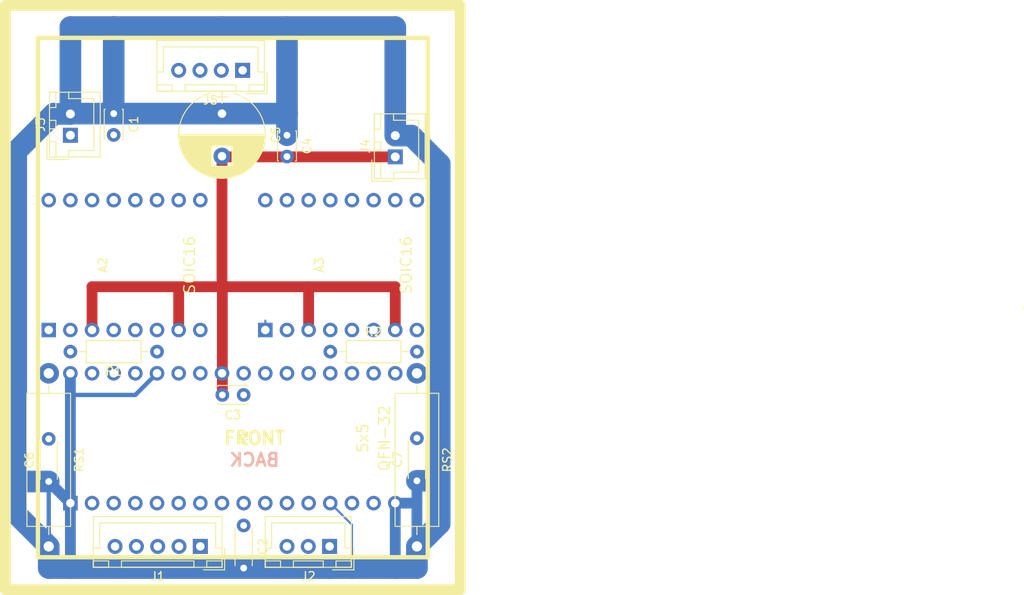
<source format=kicad_pcb>
(kicad_pcb (version 20170123) (host pcbnew no-vcs-found-c78a2ba~59~ubuntu16.10.1)

  (general
    (thickness 1.6)
    (drawings 12)
    (tracks 112)
    (zones 0)
    (modules 19)
    (nets 31)
  )

  (page A4)
  (layers
    (0 F.Cu signal)
    (1 In1.Cu signal)
    (2 In2.Cu signal)
    (3 In3.Cu signal)
    (4 In4.Cu signal)
    (5 In5.Cu signal)
    (6 In6.Cu signal)
    (31 B.Cu jumper)
    (36 B.SilkS user)
    (37 F.SilkS user)
    (38 B.Mask user hide)
    (39 F.Mask user hide)
    (40 Dwgs.User user)
    (41 Cmts.User user)
    (42 Eco1.User user hide)
    (43 Eco2.User user hide)
    (44 Edge.Cuts user hide)
    (45 Margin user hide)
    (46 B.CrtYd user)
    (47 F.CrtYd user)
    (48 B.Fab user)
    (49 F.Fab user)
  )

  (setup
    (last_trace_width 0.25)
    (trace_clearance 0.2)
    (zone_clearance 0.508)
    (zone_45_only no)
    (trace_min 0.2)
    (segment_width 0.508)
    (edge_width 0.15)
    (via_size 0.8)
    (via_drill 0.4)
    (via_min_size 0.4)
    (via_min_drill 0.3)
    (uvia_size 0.3)
    (uvia_drill 0.1)
    (uvias_allowed no)
    (uvia_min_size 0.2)
    (uvia_min_drill 0.1)
    (pcb_text_width 0.3)
    (pcb_text_size 1.5 1.5)
    (mod_edge_width 0.15)
    (mod_text_size 1 1)
    (mod_text_width 0.15)
    (pad_size 1.524 1.524)
    (pad_drill 0.762)
    (pad_to_mask_clearance 0.2)
    (aux_axis_origin 0 0)
    (visible_elements FFFDF841)
    (pcbplotparams
      (layerselection 0x00030_ffffffff)
      (usegerberextensions false)
      (excludeedgelayer true)
      (linewidth 0.100000)
      (plotframeref false)
      (viasonmask false)
      (mode 1)
      (useauxorigin false)
      (hpglpennumber 1)
      (hpglpenspeed 20)
      (hpglpendiameter 15)
      (psnegative false)
      (psa4output false)
      (plotreference true)
      (plotvalue true)
      (plotinvisibletext false)
      (padsonsilk false)
      (subtractmaskfromsilk false)
      (outputformat 1)
      (mirror false)
      (drillshape 1)
      (scaleselection 1)
      (outputdirectory ""))
  )

  (net 0 "")
  (net 1 GND)
  (net 2 +VM)
  (net 3 "Net-(A1-Pad26)")
  (net 4 /SPI_CS)
  (net 5 +3V3)
  (net 6 /MB1)
  (net 7 /MB2)
  (net 8 /MA1)
  (net 9 /MA2)
  (net 10 /ENABLE)
  (net 11 /SCK)
  (net 12 /MOSI)
  (net 13 /MISO)
  (net 14 /5VOUT)
  (net 15 /DIR)
  (net 16 /STEP)
  (net 17 /VHS)
  (net 18 /SG)
  (net 19 /SENB)
  (net 20 /SENA)
  (net 21 /MA-)
  (net 22 /MB-)
  (net 23 /GBN2)
  (net 24 /GBN1)
  (net 25 /GBP2)
  (net 26 /GBP1)
  (net 27 /GAN1)
  (net 28 /GAP2)
  (net 29 /GAP1)
  (net 30 /GAN2)

  (net_class Default "This is the default net class."
    (clearance 0.2)
    (trace_width 0.25)
    (via_dia 0.8)
    (via_drill 0.4)
    (uvia_dia 0.3)
    (uvia_drill 0.1)
    (add_net +3V3)
    (add_net +VM)
    (add_net /5VOUT)
    (add_net /DIR)
    (add_net /ENABLE)
    (add_net /GAN1)
    (add_net /GAN2)
    (add_net /GAP1)
    (add_net /GAP2)
    (add_net /GBN1)
    (add_net /GBN2)
    (add_net /GBP1)
    (add_net /GBP2)
    (add_net /MA-)
    (add_net /MA1)
    (add_net /MA2)
    (add_net /MB-)
    (add_net /MB1)
    (add_net /MB2)
    (add_net /MISO)
    (add_net /MOSI)
    (add_net /SCK)
    (add_net /SENA)
    (add_net /SENB)
    (add_net /SG)
    (add_net /SPI_CS)
    (add_net /STEP)
    (add_net /VHS)
    (add_net GND)
    (add_net "Net-(A1-Pad26)")
  )

  (module Capacitors_THT:CP_Radial_D10.0mm_P5.00mm (layer F.Cu) (tedit 597BC7C2) (tstamp 5A1CC6C3)
    (at 71.12 104.14 270)
    (descr "CP, Radial series, Radial, pin pitch=5.00mm, , diameter=10mm, Electrolytic Capacitor")
    (tags "CP Radial series Radial pin pitch 5.00mm  diameter 10mm Electrolytic Capacitor")
    (path /5A1347D8)
    (fp_text reference C5 (at 2.5 -6.31 270) (layer F.SilkS)
      (effects (font (size 1 1) (thickness 0.15)))
    )
    (fp_text value "100uF, 63V" (at 2.5 6.31 270) (layer F.Fab)
      (effects (font (size 1 1) (thickness 0.15)))
    )
    (fp_text user %R (at 2.5 0 270) (layer F.Fab)
      (effects (font (size 1 1) (thickness 0.15)))
    )
    (fp_line (start 7.85 -5.35) (end -2.85 -5.35) (layer F.CrtYd) (width 0.05))
    (fp_line (start 7.85 5.35) (end 7.85 -5.35) (layer F.CrtYd) (width 0.05))
    (fp_line (start -2.85 5.35) (end 7.85 5.35) (layer F.CrtYd) (width 0.05))
    (fp_line (start -2.85 -5.35) (end -2.85 5.35) (layer F.CrtYd) (width 0.05))
    (fp_line (start -1.95 -0.75) (end -1.95 0.75) (layer F.SilkS) (width 0.12))
    (fp_line (start -2.7 0) (end -1.2 0) (layer F.SilkS) (width 0.12))
    (fp_line (start 7.581 -0.279) (end 7.581 0.279) (layer F.SilkS) (width 0.12))
    (fp_line (start 7.541 -0.672) (end 7.541 0.672) (layer F.SilkS) (width 0.12))
    (fp_line (start 7.501 -0.913) (end 7.501 0.913) (layer F.SilkS) (width 0.12))
    (fp_line (start 7.461 -1.104) (end 7.461 1.104) (layer F.SilkS) (width 0.12))
    (fp_line (start 7.421 -1.265) (end 7.421 1.265) (layer F.SilkS) (width 0.12))
    (fp_line (start 7.381 -1.407) (end 7.381 1.407) (layer F.SilkS) (width 0.12))
    (fp_line (start 7.341 -1.536) (end 7.341 1.536) (layer F.SilkS) (width 0.12))
    (fp_line (start 7.301 -1.654) (end 7.301 1.654) (layer F.SilkS) (width 0.12))
    (fp_line (start 7.261 -1.763) (end 7.261 1.763) (layer F.SilkS) (width 0.12))
    (fp_line (start 7.221 -1.866) (end 7.221 1.866) (layer F.SilkS) (width 0.12))
    (fp_line (start 7.181 -1.962) (end 7.181 1.962) (layer F.SilkS) (width 0.12))
    (fp_line (start 7.141 -2.053) (end 7.141 2.053) (layer F.SilkS) (width 0.12))
    (fp_line (start 7.101 -2.14) (end 7.101 2.14) (layer F.SilkS) (width 0.12))
    (fp_line (start 7.061 -2.222) (end 7.061 2.222) (layer F.SilkS) (width 0.12))
    (fp_line (start 7.021 -2.301) (end 7.021 2.301) (layer F.SilkS) (width 0.12))
    (fp_line (start 6.981 -2.377) (end 6.981 2.377) (layer F.SilkS) (width 0.12))
    (fp_line (start 6.941 -2.449) (end 6.941 2.449) (layer F.SilkS) (width 0.12))
    (fp_line (start 6.901 -2.519) (end 6.901 2.519) (layer F.SilkS) (width 0.12))
    (fp_line (start 6.861 -2.587) (end 6.861 2.587) (layer F.SilkS) (width 0.12))
    (fp_line (start 6.821 -2.652) (end 6.821 2.652) (layer F.SilkS) (width 0.12))
    (fp_line (start 6.781 -2.715) (end 6.781 2.715) (layer F.SilkS) (width 0.12))
    (fp_line (start 6.741 -2.777) (end 6.741 2.777) (layer F.SilkS) (width 0.12))
    (fp_line (start 6.701 -2.836) (end 6.701 2.836) (layer F.SilkS) (width 0.12))
    (fp_line (start 6.661 -2.894) (end 6.661 2.894) (layer F.SilkS) (width 0.12))
    (fp_line (start 6.621 -2.949) (end 6.621 2.949) (layer F.SilkS) (width 0.12))
    (fp_line (start 6.581 -3.004) (end 6.581 3.004) (layer F.SilkS) (width 0.12))
    (fp_line (start 6.541 -3.057) (end 6.541 3.057) (layer F.SilkS) (width 0.12))
    (fp_line (start 6.501 -3.108) (end 6.501 3.108) (layer F.SilkS) (width 0.12))
    (fp_line (start 6.461 -3.158) (end 6.461 3.158) (layer F.SilkS) (width 0.12))
    (fp_line (start 6.421 -3.207) (end 6.421 3.207) (layer F.SilkS) (width 0.12))
    (fp_line (start 6.381 -3.255) (end 6.381 3.255) (layer F.SilkS) (width 0.12))
    (fp_line (start 6.341 -3.302) (end 6.341 3.302) (layer F.SilkS) (width 0.12))
    (fp_line (start 6.301 -3.347) (end 6.301 3.347) (layer F.SilkS) (width 0.12))
    (fp_line (start 6.261 -3.391) (end 6.261 3.391) (layer F.SilkS) (width 0.12))
    (fp_line (start 6.221 -3.435) (end 6.221 3.435) (layer F.SilkS) (width 0.12))
    (fp_line (start 6.181 -3.477) (end 6.181 3.477) (layer F.SilkS) (width 0.12))
    (fp_line (start 6.141 1.181) (end 6.141 3.518) (layer F.SilkS) (width 0.12))
    (fp_line (start 6.141 -3.518) (end 6.141 -1.181) (layer F.SilkS) (width 0.12))
    (fp_line (start 6.101 1.181) (end 6.101 3.559) (layer F.SilkS) (width 0.12))
    (fp_line (start 6.101 -3.559) (end 6.101 -1.181) (layer F.SilkS) (width 0.12))
    (fp_line (start 6.061 1.181) (end 6.061 3.598) (layer F.SilkS) (width 0.12))
    (fp_line (start 6.061 -3.598) (end 6.061 -1.181) (layer F.SilkS) (width 0.12))
    (fp_line (start 6.021 1.181) (end 6.021 3.637) (layer F.SilkS) (width 0.12))
    (fp_line (start 6.021 -3.637) (end 6.021 -1.181) (layer F.SilkS) (width 0.12))
    (fp_line (start 5.981 1.181) (end 5.981 3.675) (layer F.SilkS) (width 0.12))
    (fp_line (start 5.981 -3.675) (end 5.981 -1.181) (layer F.SilkS) (width 0.12))
    (fp_line (start 5.941 1.181) (end 5.941 3.712) (layer F.SilkS) (width 0.12))
    (fp_line (start 5.941 -3.712) (end 5.941 -1.181) (layer F.SilkS) (width 0.12))
    (fp_line (start 5.901 1.181) (end 5.901 3.748) (layer F.SilkS) (width 0.12))
    (fp_line (start 5.901 -3.748) (end 5.901 -1.181) (layer F.SilkS) (width 0.12))
    (fp_line (start 5.861 1.181) (end 5.861 3.784) (layer F.SilkS) (width 0.12))
    (fp_line (start 5.861 -3.784) (end 5.861 -1.181) (layer F.SilkS) (width 0.12))
    (fp_line (start 5.821 1.181) (end 5.821 3.819) (layer F.SilkS) (width 0.12))
    (fp_line (start 5.821 -3.819) (end 5.821 -1.181) (layer F.SilkS) (width 0.12))
    (fp_line (start 5.781 1.181) (end 5.781 3.853) (layer F.SilkS) (width 0.12))
    (fp_line (start 5.781 -3.853) (end 5.781 -1.181) (layer F.SilkS) (width 0.12))
    (fp_line (start 5.741 1.181) (end 5.741 3.886) (layer F.SilkS) (width 0.12))
    (fp_line (start 5.741 -3.886) (end 5.741 -1.181) (layer F.SilkS) (width 0.12))
    (fp_line (start 5.701 1.181) (end 5.701 3.919) (layer F.SilkS) (width 0.12))
    (fp_line (start 5.701 -3.919) (end 5.701 -1.181) (layer F.SilkS) (width 0.12))
    (fp_line (start 5.661 1.181) (end 5.661 3.951) (layer F.SilkS) (width 0.12))
    (fp_line (start 5.661 -3.951) (end 5.661 -1.181) (layer F.SilkS) (width 0.12))
    (fp_line (start 5.621 1.181) (end 5.621 3.982) (layer F.SilkS) (width 0.12))
    (fp_line (start 5.621 -3.982) (end 5.621 -1.181) (layer F.SilkS) (width 0.12))
    (fp_line (start 5.581 1.181) (end 5.581 4.013) (layer F.SilkS) (width 0.12))
    (fp_line (start 5.581 -4.013) (end 5.581 -1.181) (layer F.SilkS) (width 0.12))
    (fp_line (start 5.541 1.181) (end 5.541 4.043) (layer F.SilkS) (width 0.12))
    (fp_line (start 5.541 -4.043) (end 5.541 -1.181) (layer F.SilkS) (width 0.12))
    (fp_line (start 5.501 1.181) (end 5.501 4.072) (layer F.SilkS) (width 0.12))
    (fp_line (start 5.501 -4.072) (end 5.501 -1.181) (layer F.SilkS) (width 0.12))
    (fp_line (start 5.461 1.181) (end 5.461 4.101) (layer F.SilkS) (width 0.12))
    (fp_line (start 5.461 -4.101) (end 5.461 -1.181) (layer F.SilkS) (width 0.12))
    (fp_line (start 5.421 1.181) (end 5.421 4.13) (layer F.SilkS) (width 0.12))
    (fp_line (start 5.421 -4.13) (end 5.421 -1.181) (layer F.SilkS) (width 0.12))
    (fp_line (start 5.381 1.181) (end 5.381 4.157) (layer F.SilkS) (width 0.12))
    (fp_line (start 5.381 -4.157) (end 5.381 -1.181) (layer F.SilkS) (width 0.12))
    (fp_line (start 5.341 1.181) (end 5.341 4.185) (layer F.SilkS) (width 0.12))
    (fp_line (start 5.341 -4.185) (end 5.341 -1.181) (layer F.SilkS) (width 0.12))
    (fp_line (start 5.301 1.181) (end 5.301 4.211) (layer F.SilkS) (width 0.12))
    (fp_line (start 5.301 -4.211) (end 5.301 -1.181) (layer F.SilkS) (width 0.12))
    (fp_line (start 5.261 1.181) (end 5.261 4.237) (layer F.SilkS) (width 0.12))
    (fp_line (start 5.261 -4.237) (end 5.261 -1.181) (layer F.SilkS) (width 0.12))
    (fp_line (start 5.221 1.181) (end 5.221 4.263) (layer F.SilkS) (width 0.12))
    (fp_line (start 5.221 -4.263) (end 5.221 -1.181) (layer F.SilkS) (width 0.12))
    (fp_line (start 5.181 1.181) (end 5.181 4.288) (layer F.SilkS) (width 0.12))
    (fp_line (start 5.181 -4.288) (end 5.181 -1.181) (layer F.SilkS) (width 0.12))
    (fp_line (start 5.141 1.181) (end 5.141 4.312) (layer F.SilkS) (width 0.12))
    (fp_line (start 5.141 -4.312) (end 5.141 -1.181) (layer F.SilkS) (width 0.12))
    (fp_line (start 5.101 1.181) (end 5.101 4.336) (layer F.SilkS) (width 0.12))
    (fp_line (start 5.101 -4.336) (end 5.101 -1.181) (layer F.SilkS) (width 0.12))
    (fp_line (start 5.061 1.181) (end 5.061 4.36) (layer F.SilkS) (width 0.12))
    (fp_line (start 5.061 -4.36) (end 5.061 -1.181) (layer F.SilkS) (width 0.12))
    (fp_line (start 5.021 1.181) (end 5.021 4.383) (layer F.SilkS) (width 0.12))
    (fp_line (start 5.021 -4.383) (end 5.021 -1.181) (layer F.SilkS) (width 0.12))
    (fp_line (start 4.981 1.181) (end 4.981 4.405) (layer F.SilkS) (width 0.12))
    (fp_line (start 4.981 -4.405) (end 4.981 -1.181) (layer F.SilkS) (width 0.12))
    (fp_line (start 4.941 1.181) (end 4.941 4.428) (layer F.SilkS) (width 0.12))
    (fp_line (start 4.941 -4.428) (end 4.941 -1.181) (layer F.SilkS) (width 0.12))
    (fp_line (start 4.901 1.181) (end 4.901 4.449) (layer F.SilkS) (width 0.12))
    (fp_line (start 4.901 -4.449) (end 4.901 -1.181) (layer F.SilkS) (width 0.12))
    (fp_line (start 4.861 1.181) (end 4.861 4.47) (layer F.SilkS) (width 0.12))
    (fp_line (start 4.861 -4.47) (end 4.861 -1.181) (layer F.SilkS) (width 0.12))
    (fp_line (start 4.821 1.181) (end 4.821 4.491) (layer F.SilkS) (width 0.12))
    (fp_line (start 4.821 -4.491) (end 4.821 -1.181) (layer F.SilkS) (width 0.12))
    (fp_line (start 4.781 1.181) (end 4.781 4.511) (layer F.SilkS) (width 0.12))
    (fp_line (start 4.781 -4.511) (end 4.781 -1.181) (layer F.SilkS) (width 0.12))
    (fp_line (start 4.741 1.181) (end 4.741 4.531) (layer F.SilkS) (width 0.12))
    (fp_line (start 4.741 -4.531) (end 4.741 -1.181) (layer F.SilkS) (width 0.12))
    (fp_line (start 4.701 1.181) (end 4.701 4.55) (layer F.SilkS) (width 0.12))
    (fp_line (start 4.701 -4.55) (end 4.701 -1.181) (layer F.SilkS) (width 0.12))
    (fp_line (start 4.661 1.181) (end 4.661 4.569) (layer F.SilkS) (width 0.12))
    (fp_line (start 4.661 -4.569) (end 4.661 -1.181) (layer F.SilkS) (width 0.12))
    (fp_line (start 4.621 1.181) (end 4.621 4.588) (layer F.SilkS) (width 0.12))
    (fp_line (start 4.621 -4.588) (end 4.621 -1.181) (layer F.SilkS) (width 0.12))
    (fp_line (start 4.581 1.181) (end 4.581 4.606) (layer F.SilkS) (width 0.12))
    (fp_line (start 4.581 -4.606) (end 4.581 -1.181) (layer F.SilkS) (width 0.12))
    (fp_line (start 4.541 1.181) (end 4.541 4.624) (layer F.SilkS) (width 0.12))
    (fp_line (start 4.541 -4.624) (end 4.541 -1.181) (layer F.SilkS) (width 0.12))
    (fp_line (start 4.501 1.181) (end 4.501 4.641) (layer F.SilkS) (width 0.12))
    (fp_line (start 4.501 -4.641) (end 4.501 -1.181) (layer F.SilkS) (width 0.12))
    (fp_line (start 4.461 1.181) (end 4.461 4.658) (layer F.SilkS) (width 0.12))
    (fp_line (start 4.461 -4.658) (end 4.461 -1.181) (layer F.SilkS) (width 0.12))
    (fp_line (start 4.421 1.181) (end 4.421 4.674) (layer F.SilkS) (width 0.12))
    (fp_line (start 4.421 -4.674) (end 4.421 -1.181) (layer F.SilkS) (width 0.12))
    (fp_line (start 4.381 1.181) (end 4.381 4.691) (layer F.SilkS) (width 0.12))
    (fp_line (start 4.381 -4.691) (end 4.381 -1.181) (layer F.SilkS) (width 0.12))
    (fp_line (start 4.341 1.181) (end 4.341 4.706) (layer F.SilkS) (width 0.12))
    (fp_line (start 4.341 -4.706) (end 4.341 -1.181) (layer F.SilkS) (width 0.12))
    (fp_line (start 4.301 1.181) (end 4.301 4.722) (layer F.SilkS) (width 0.12))
    (fp_line (start 4.301 -4.722) (end 4.301 -1.181) (layer F.SilkS) (width 0.12))
    (fp_line (start 4.261 1.181) (end 4.261 4.737) (layer F.SilkS) (width 0.12))
    (fp_line (start 4.261 -4.737) (end 4.261 -1.181) (layer F.SilkS) (width 0.12))
    (fp_line (start 4.221 1.181) (end 4.221 4.751) (layer F.SilkS) (width 0.12))
    (fp_line (start 4.221 -4.751) (end 4.221 -1.181) (layer F.SilkS) (width 0.12))
    (fp_line (start 4.181 1.181) (end 4.181 4.765) (layer F.SilkS) (width 0.12))
    (fp_line (start 4.181 -4.765) (end 4.181 -1.181) (layer F.SilkS) (width 0.12))
    (fp_line (start 4.141 1.181) (end 4.141 4.779) (layer F.SilkS) (width 0.12))
    (fp_line (start 4.141 -4.779) (end 4.141 -1.181) (layer F.SilkS) (width 0.12))
    (fp_line (start 4.101 1.181) (end 4.101 4.792) (layer F.SilkS) (width 0.12))
    (fp_line (start 4.101 -4.792) (end 4.101 -1.181) (layer F.SilkS) (width 0.12))
    (fp_line (start 4.061 1.181) (end 4.061 4.806) (layer F.SilkS) (width 0.12))
    (fp_line (start 4.061 -4.806) (end 4.061 -1.181) (layer F.SilkS) (width 0.12))
    (fp_line (start 4.021 1.181) (end 4.021 4.818) (layer F.SilkS) (width 0.12))
    (fp_line (start 4.021 -4.818) (end 4.021 -1.181) (layer F.SilkS) (width 0.12))
    (fp_line (start 3.981 1.181) (end 3.981 4.831) (layer F.SilkS) (width 0.12))
    (fp_line (start 3.981 -4.831) (end 3.981 -1.181) (layer F.SilkS) (width 0.12))
    (fp_line (start 3.941 1.181) (end 3.941 4.843) (layer F.SilkS) (width 0.12))
    (fp_line (start 3.941 -4.843) (end 3.941 -1.181) (layer F.SilkS) (width 0.12))
    (fp_line (start 3.901 1.181) (end 3.901 4.854) (layer F.SilkS) (width 0.12))
    (fp_line (start 3.901 -4.854) (end 3.901 -1.181) (layer F.SilkS) (width 0.12))
    (fp_line (start 3.861 1.181) (end 3.861 4.865) (layer F.SilkS) (width 0.12))
    (fp_line (start 3.861 -4.865) (end 3.861 -1.181) (layer F.SilkS) (width 0.12))
    (fp_line (start 3.821 1.181) (end 3.821 4.876) (layer F.SilkS) (width 0.12))
    (fp_line (start 3.821 -4.876) (end 3.821 -1.181) (layer F.SilkS) (width 0.12))
    (fp_line (start 3.781 -4.887) (end 3.781 4.887) (layer F.SilkS) (width 0.12))
    (fp_line (start 3.741 -4.897) (end 3.741 4.897) (layer F.SilkS) (width 0.12))
    (fp_line (start 3.701 -4.907) (end 3.701 4.907) (layer F.SilkS) (width 0.12))
    (fp_line (start 3.661 -4.917) (end 3.661 4.917) (layer F.SilkS) (width 0.12))
    (fp_line (start 3.621 -4.926) (end 3.621 4.926) (layer F.SilkS) (width 0.12))
    (fp_line (start 3.581 -4.935) (end 3.581 4.935) (layer F.SilkS) (width 0.12))
    (fp_line (start 3.541 -4.943) (end 3.541 4.943) (layer F.SilkS) (width 0.12))
    (fp_line (start 3.501 -4.951) (end 3.501 4.951) (layer F.SilkS) (width 0.12))
    (fp_line (start 3.461 -4.959) (end 3.461 4.959) (layer F.SilkS) (width 0.12))
    (fp_line (start 3.421 -4.967) (end 3.421 4.967) (layer F.SilkS) (width 0.12))
    (fp_line (start 3.381 -4.974) (end 3.381 4.974) (layer F.SilkS) (width 0.12))
    (fp_line (start 3.341 -4.981) (end 3.341 4.981) (layer F.SilkS) (width 0.12))
    (fp_line (start 3.301 -4.987) (end 3.301 4.987) (layer F.SilkS) (width 0.12))
    (fp_line (start 3.261 -4.993) (end 3.261 4.993) (layer F.SilkS) (width 0.12))
    (fp_line (start 3.221 -4.999) (end 3.221 4.999) (layer F.SilkS) (width 0.12))
    (fp_line (start 3.18 -5.005) (end 3.18 5.005) (layer F.SilkS) (width 0.12))
    (fp_line (start 3.14 -5.01) (end 3.14 5.01) (layer F.SilkS) (width 0.12))
    (fp_line (start 3.1 -5.015) (end 3.1 5.015) (layer F.SilkS) (width 0.12))
    (fp_line (start 3.06 -5.02) (end 3.06 5.02) (layer F.SilkS) (width 0.12))
    (fp_line (start 3.02 -5.024) (end 3.02 5.024) (layer F.SilkS) (width 0.12))
    (fp_line (start 2.98 -5.028) (end 2.98 5.028) (layer F.SilkS) (width 0.12))
    (fp_line (start 2.94 -5.031) (end 2.94 5.031) (layer F.SilkS) (width 0.12))
    (fp_line (start 2.9 -5.035) (end 2.9 5.035) (layer F.SilkS) (width 0.12))
    (fp_line (start 2.86 -5.038) (end 2.86 5.038) (layer F.SilkS) (width 0.12))
    (fp_line (start 2.82 -5.04) (end 2.82 5.04) (layer F.SilkS) (width 0.12))
    (fp_line (start 2.78 -5.043) (end 2.78 5.043) (layer F.SilkS) (width 0.12))
    (fp_line (start 2.74 -5.045) (end 2.74 5.045) (layer F.SilkS) (width 0.12))
    (fp_line (start 2.7 -5.047) (end 2.7 5.047) (layer F.SilkS) (width 0.12))
    (fp_line (start 2.66 -5.048) (end 2.66 5.048) (layer F.SilkS) (width 0.12))
    (fp_line (start 2.62 -5.049) (end 2.62 5.049) (layer F.SilkS) (width 0.12))
    (fp_line (start 2.58 -5.05) (end 2.58 5.05) (layer F.SilkS) (width 0.12))
    (fp_line (start 2.54 -5.05) (end 2.54 5.05) (layer F.SilkS) (width 0.12))
    (fp_line (start 2.5 -5.05) (end 2.5 5.05) (layer F.SilkS) (width 0.12))
    (fp_line (start -1.95 -0.75) (end -1.95 0.75) (layer F.Fab) (width 0.1))
    (fp_line (start -2.7 0) (end -1.2 0) (layer F.Fab) (width 0.1))
    (fp_circle (center 2.5 0) (end 7.5 0) (layer F.Fab) (width 0.1))
    (fp_arc (start 2.5 0) (end 7.399357 -1.38) (angle 31.5) (layer F.SilkS) (width 0.12))
    (fp_arc (start 2.5 0) (end -2.399357 1.38) (angle -148.5) (layer F.SilkS) (width 0.12))
    (fp_arc (start 2.5 0) (end -2.399357 -1.38) (angle 148.5) (layer F.SilkS) (width 0.12))
    (pad 2 thru_hole circle (at 5 0 270) (size 2 2) (drill 1) (layers *.Cu *.Mask)
      (net 2 +VM))
    (pad 1 thru_hole rect (at 0 0 270) (size 2 2) (drill 1) (layers *.Cu *.Mask)
      (net 1 GND))
    (model ${KISYS3DMOD}/Capacitors_THT.3dshapes/CP_Radial_D10.0mm_P5.00mm.wrl
      (at (xyz 0 0 0))
      (scale (xyz 1 1 1))
      (rotate (xyz 0 0 0))
    )
  )

  (module Connectors_JST:JST_XH_B04B-XH-A_04x2.50mm_Straight (layer F.Cu) (tedit 58EAE7F0) (tstamp 5A1CB24A)
    (at 73.54 99.06 180)
    (descr "JST XH series connector, B04B-XH-A, top entry type, through hole")
    (tags "connector jst xh tht top vertical 2.50mm")
    (path /5A1C6A16)
    (fp_text reference J5 (at 3.75 -3.5 180) (layer F.SilkS)
      (effects (font (size 1 1) (thickness 0.15)))
    )
    (fp_text value MOTOR (at 3.75 4.5 180) (layer F.Fab)
      (effects (font (size 1 1) (thickness 0.15)))
    )
    (fp_text user %R (at 3.75 2.5 180) (layer F.Fab)
      (effects (font (size 1 1) (thickness 0.15)))
    )
    (fp_line (start -2.85 -2.75) (end -2.85 -0.25) (layer F.Fab) (width 0.1))
    (fp_line (start -0.35 -2.75) (end -2.85 -2.75) (layer F.Fab) (width 0.1))
    (fp_line (start -2.85 -2.75) (end -2.85 -0.25) (layer F.SilkS) (width 0.12))
    (fp_line (start -0.35 -2.75) (end -2.85 -2.75) (layer F.SilkS) (width 0.12))
    (fp_line (start 9.3 2.75) (end 3.75 2.75) (layer F.SilkS) (width 0.12))
    (fp_line (start 9.3 -0.2) (end 9.3 2.75) (layer F.SilkS) (width 0.12))
    (fp_line (start 10.05 -0.2) (end 9.3 -0.2) (layer F.SilkS) (width 0.12))
    (fp_line (start -1.8 2.75) (end 3.75 2.75) (layer F.SilkS) (width 0.12))
    (fp_line (start -1.8 -0.2) (end -1.8 2.75) (layer F.SilkS) (width 0.12))
    (fp_line (start -2.55 -0.2) (end -1.8 -0.2) (layer F.SilkS) (width 0.12))
    (fp_line (start 10.05 -2.45) (end 8.25 -2.45) (layer F.SilkS) (width 0.12))
    (fp_line (start 10.05 -1.7) (end 10.05 -2.45) (layer F.SilkS) (width 0.12))
    (fp_line (start 8.25 -1.7) (end 10.05 -1.7) (layer F.SilkS) (width 0.12))
    (fp_line (start 8.25 -2.45) (end 8.25 -1.7) (layer F.SilkS) (width 0.12))
    (fp_line (start -0.75 -2.45) (end -2.55 -2.45) (layer F.SilkS) (width 0.12))
    (fp_line (start -0.75 -1.7) (end -0.75 -2.45) (layer F.SilkS) (width 0.12))
    (fp_line (start -2.55 -1.7) (end -0.75 -1.7) (layer F.SilkS) (width 0.12))
    (fp_line (start -2.55 -2.45) (end -2.55 -1.7) (layer F.SilkS) (width 0.12))
    (fp_line (start 6.75 -2.45) (end 0.75 -2.45) (layer F.SilkS) (width 0.12))
    (fp_line (start 6.75 -1.7) (end 6.75 -2.45) (layer F.SilkS) (width 0.12))
    (fp_line (start 0.75 -1.7) (end 6.75 -1.7) (layer F.SilkS) (width 0.12))
    (fp_line (start 0.75 -2.45) (end 0.75 -1.7) (layer F.SilkS) (width 0.12))
    (fp_line (start 10.05 -2.45) (end -2.55 -2.45) (layer F.SilkS) (width 0.12))
    (fp_line (start 10.05 3.5) (end 10.05 -2.45) (layer F.SilkS) (width 0.12))
    (fp_line (start -2.55 3.5) (end 10.05 3.5) (layer F.SilkS) (width 0.12))
    (fp_line (start -2.55 -2.45) (end -2.55 3.5) (layer F.SilkS) (width 0.12))
    (fp_line (start 10.45 -2.85) (end -2.95 -2.85) (layer F.CrtYd) (width 0.05))
    (fp_line (start 10.45 3.9) (end 10.45 -2.85) (layer F.CrtYd) (width 0.05))
    (fp_line (start -2.95 3.9) (end 10.45 3.9) (layer F.CrtYd) (width 0.05))
    (fp_line (start -2.95 -2.85) (end -2.95 3.9) (layer F.CrtYd) (width 0.05))
    (fp_line (start 9.95 -2.35) (end -2.45 -2.35) (layer F.Fab) (width 0.1))
    (fp_line (start 9.95 3.4) (end 9.95 -2.35) (layer F.Fab) (width 0.1))
    (fp_line (start -2.45 3.4) (end 9.95 3.4) (layer F.Fab) (width 0.1))
    (fp_line (start -2.45 -2.35) (end -2.45 3.4) (layer F.Fab) (width 0.1))
    (pad 4 thru_hole circle (at 7.5 0 180) (size 1.75 1.75) (drill 1) (layers *.Cu *.Mask)
      (net 8 /MA1))
    (pad 3 thru_hole circle (at 5 0 180) (size 1.75 1.75) (drill 1) (layers *.Cu *.Mask)
      (net 9 /MA2))
    (pad 2 thru_hole circle (at 2.5 0 180) (size 1.75 1.75) (drill 1) (layers *.Cu *.Mask)
      (net 6 /MB1))
    (pad 1 thru_hole rect (at 0 0 180) (size 1.75 1.75) (drill 1) (layers *.Cu *.Mask)
      (net 7 /MB2))
    (model Connectors_JST.3dshapes/JST_XH_B04B-XH-A_04x2.50mm_Straight.wrl
      (at (xyz 0 0 0))
      (scale (xyz 1 1 1))
      (rotate (xyz 0 0 0))
    )
  )

  (module cnc:Adafruit_QFN32_Breakout (layer F.Cu) (tedit 5A1C5C0F) (tstamp 5A1C5E25)
    (at 73.66 142.24 90)
    (descr "Adafruit QFN32 Breakout")
    (path /5A1C57FF)
    (fp_text reference A1 (at 0 0 90) (layer F.SilkS)
      (effects (font (size 1 1) (thickness 0.15)))
    )
    (fp_text value TMC262_breakout (at 0 20.32 90) (layer F.Fab)
      (effects (font (size 1 1) (thickness 0.15)))
    )
    (fp_text user %R (at 0 -7.62 90) (layer F.Fab)
      (effects (font (size 1 1) (thickness 0.15)))
    )
    (fp_line (start -8.89 -21.59) (end 8.89 -21.59) (layer F.Fab) (width 0.1))
    (fp_line (start -8.89 19.05) (end -8.89 -21.59) (layer F.Fab) (width 0.1))
    (fp_line (start 8.89 19.05) (end -8.89 19.05) (layer F.Fab) (width 0.1))
    (fp_line (start 8.89 -21.59) (end 8.89 19.05) (layer F.Fab) (width 0.1))
    (fp_text user 5x5 (at 0 13.97 90) (layer F.SilkS)
      (effects (font (size 1.27 1.27) (thickness 0.15)))
    )
    (fp_text user QFN-32 (at 0 16.51 90) (layer F.SilkS)
      (effects (font (size 1.27 1.27) (thickness 0.15)))
    )
    (pad 17 thru_hole oval (at 7.62 17.78 90) (size 1.7 1.7) (drill 1) (layers *.Cu *.Mask)
      (net 19 /SENB))
    (pad 16 thru_hole oval (at -7.62 17.78 90) (size 1.7 1.7) (drill 1) (layers *.Cu *.Mask)
      (net 1 GND))
    (pad 18 thru_hole oval (at 7.62 15.24 90) (size 1.7 1.7) (drill 1) (layers *.Cu *.Mask)
      (net 23 /GBN2))
    (pad 15 thru_hole oval (at -7.62 15.24 90) (size 1.7 1.7) (drill 1) (layers *.Cu *.Mask)
      (net 10 /ENABLE))
    (pad 19 thru_hole oval (at 7.62 12.7 90) (size 1.7 1.7) (drill 1) (layers *.Cu *.Mask)
      (net 24 /GBN1))
    (pad 14 thru_hole oval (at -7.62 12.7 90) (size 1.7 1.7) (drill 1) (layers *.Cu *.Mask)
      (net 4 /SPI_CS))
    (pad 20 thru_hole oval (at 7.62 10.16 90) (size 1.7 1.7) (drill 1) (layers *.Cu *.Mask)
      (net 6 /MB1))
    (pad 13 thru_hole oval (at -7.62 10.16 90) (size 1.7 1.7) (drill 1) (layers *.Cu *.Mask)
      (net 1 GND))
    (pad 21 thru_hole oval (at 7.62 7.62 90) (size 1.7 1.7) (drill 1) (layers *.Cu *.Mask)
      (net 7 /MB2))
    (pad 12 thru_hole oval (at -7.62 7.62 90) (size 1.7 1.7) (drill 1) (layers *.Cu *.Mask)
      (net 11 /SCK))
    (pad 22 thru_hole oval (at 7.62 5.08 90) (size 1.7 1.7) (drill 1) (layers *.Cu *.Mask)
      (net 25 /GBP2))
    (pad 11 thru_hole oval (at -7.62 5.08 90) (size 1.7 1.7) (drill 1) (layers *.Cu *.Mask)
      (net 12 /MOSI))
    (pad 23 thru_hole oval (at 7.62 2.54 90) (size 1.7 1.7) (drill 1) (layers *.Cu *.Mask)
      (net 26 /GBP1))
    (pad 10 thru_hole oval (at -7.62 2.54 90) (size 1.7 1.7) (drill 1) (layers *.Cu *.Mask)
      (net 13 /MISO))
    (pad 24 thru_hole oval (at 7.62 0 90) (size 1.7 1.7) (drill 1) (layers *.Cu *.Mask)
      (net 17 /VHS))
    (pad 9 thru_hole oval (at -7.62 0 90) (size 1.7 1.7) (drill 1) (layers *.Cu *.Mask)
      (net 14 /5VOUT))
    (pad 25 thru_hole oval (at 7.62 -2.54 90) (size 1.7 1.7) (drill 1) (layers *.Cu *.Mask)
      (net 2 +VM))
    (pad 8 thru_hole oval (at -7.62 -2.54 90) (size 1.7 1.7) (drill 1) (layers *.Cu *.Mask)
      (net 20 /SENA))
    (pad 26 thru_hole oval (at 7.62 -5.08 90) (size 1.7 1.7) (drill 1) (layers *.Cu *.Mask)
      (net 3 "Net-(A1-Pad26)"))
    (pad 7 thru_hole oval (at -7.62 -5.08 90) (size 1.7 1.7) (drill 1) (layers *.Cu *.Mask)
      (net 30 /GAN2))
    (pad 27 thru_hole oval (at 7.62 -7.62 90) (size 1.7 1.7) (drill 1) (layers *.Cu *.Mask)
      (net 18 /SG))
    (pad 6 thru_hole oval (at -7.62 -7.62 90) (size 1.7 1.7) (drill 1) (layers *.Cu *.Mask)
      (net 27 /GAN1))
    (pad 28 thru_hole oval (at 7.62 -10.16 90) (size 1.7 1.7) (drill 1) (layers *.Cu *.Mask)
      (net 1 GND))
    (pad 5 thru_hole oval (at -7.62 -10.16 90) (size 1.7 1.7) (drill 1) (layers *.Cu *.Mask)
      (net 8 /MA1))
    (pad 29 thru_hole oval (at 7.62 -12.7 90) (size 1.7 1.7) (drill 1) (layers *.Cu *.Mask)
      (net 5 +3V3))
    (pad 4 thru_hole oval (at -7.62 -12.7 90) (size 1.7 1.7) (drill 1) (layers *.Cu *.Mask)
      (net 9 /MA2))
    (pad 30 thru_hole oval (at 7.62 -15.24 90) (size 1.7 1.7) (drill 1) (layers *.Cu *.Mask)
      (net 15 /DIR))
    (pad 3 thru_hole oval (at -7.62 -15.24 90) (size 1.7 1.7) (drill 1) (layers *.Cu *.Mask)
      (net 28 /GAP2))
    (pad 31 thru_hole oval (at 7.62 -17.78 90) (size 1.7 1.7) (drill 1) (layers *.Cu *.Mask)
      (net 16 /STEP))
    (pad 2 thru_hole oval (at -7.62 -17.78 90) (size 1.7 1.7) (drill 1) (layers *.Cu *.Mask)
      (net 29 /GAP1))
    (pad 32 thru_hole oval (at 7.62 -20.32 90) (size 1.7 1.7) (drill 1) (layers *.Cu *.Mask)
      (net 1 GND))
    (pad 1 thru_hole rect (at -7.62 -20.32 90) (size 1.7 1.7) (drill 1) (layers *.Cu *.Mask)
      (net 1 GND))
  )

  (module cnc:Adafruit_SOIC16_Breakout (layer F.Cu) (tedit 5A1C63F9) (tstamp 5A1CB15D)
    (at 71.12 121.92 90)
    (descr "Adafruit SOIC16 Breakout")
    (tags breakout)
    (path /5A1C6788)
    (fp_text reference A2 (at 0 -13.97 90) (layer F.SilkS)
      (effects (font (size 1 1) (thickness 0.15)))
    )
    (fp_text value MOSFET_Breakout (at 0 0 90) (layer F.Fab)
      (effects (font (size 1 1) (thickness 0.15)))
    )
    (fp_text user SOIC16 (at 0 -3.81 90) (layer F.SilkS)
      (effects (font (size 1.27 1.27) (thickness 0.15)))
    )
    (fp_line (start 8.89 -21.59) (end 8.89 -1.27) (layer F.Fab) (width 0.1))
    (fp_line (start 8.89 -1.27) (end -8.89 -1.27) (layer F.Fab) (width 0.1))
    (fp_line (start -8.89 -1.27) (end -8.89 -21.59) (layer F.Fab) (width 0.1))
    (fp_line (start -8.89 -21.59) (end 8.89 -21.59) (layer F.Fab) (width 0.1))
    (fp_text user %R (at 0 -22.86 90) (layer F.Fab)
      (effects (font (size 1 1) (thickness 0.15)))
    )
    (pad 1 thru_hole rect (at -7.62 -20.32 90) (size 1.7 1.7) (drill 1) (layers *.Cu *.Mask)
      (net 21 /MA-))
    (pad 2 thru_hole oval (at -7.62 -17.78 90) (size 1.7 1.7) (drill 1) (layers *.Cu *.Mask)
      (net 27 /GAN1))
    (pad 3 thru_hole oval (at -7.62 -15.24 90) (size 1.7 1.7) (drill 1) (layers *.Cu *.Mask)
      (net 2 +VM))
    (pad 4 thru_hole oval (at -7.62 -12.7 90) (size 1.7 1.7) (drill 1) (layers *.Cu *.Mask)
      (net 29 /GAP1))
    (pad 5 thru_hole oval (at -7.62 -10.16 90) (size 1.7 1.7) (drill 1) (layers *.Cu *.Mask)
      (net 21 /MA-))
    (pad 6 thru_hole oval (at -7.62 -7.62 90) (size 1.7 1.7) (drill 1) (layers *.Cu *.Mask)
      (net 30 /GAN2))
    (pad 7 thru_hole oval (at -7.62 -5.08 90) (size 1.7 1.7) (drill 1) (layers *.Cu *.Mask)
      (net 2 +VM))
    (pad 8 thru_hole oval (at -7.62 -2.54 90) (size 1.7 1.7) (drill 1) (layers *.Cu *.Mask)
      (net 28 /GAP2))
    (pad 9 thru_hole oval (at 7.62 -2.54 270) (size 1.7 1.7) (drill 1) (layers *.Cu *.Mask)
      (net 9 /MA2))
    (pad 10 thru_hole oval (at 7.62 -5.08 270) (size 1.7 1.7) (drill 1) (layers *.Cu *.Mask)
      (net 9 /MA2))
    (pad 11 thru_hole oval (at 7.62 -7.62 270) (size 1.7 1.7) (drill 1) (layers *.Cu *.Mask)
      (net 9 /MA2))
    (pad 12 thru_hole oval (at 7.62 -10.16 270) (size 1.7 1.7) (drill 1) (layers *.Cu *.Mask)
      (net 9 /MA2))
    (pad 13 thru_hole oval (at 7.62 -12.7 270) (size 1.7 1.7) (drill 1) (layers *.Cu *.Mask)
      (net 8 /MA1))
    (pad 14 thru_hole oval (at 7.62 -15.24 270) (size 1.7 1.7) (drill 1) (layers *.Cu *.Mask)
      (net 8 /MA1))
    (pad 15 thru_hole oval (at 7.62 -17.78 270) (size 1.7 1.7) (drill 1) (layers *.Cu *.Mask)
      (net 8 /MA1))
    (pad 16 thru_hole oval (at 7.62 -20.32 270) (size 1.7 1.7) (drill 1) (layers *.Cu *.Mask)
      (net 8 /MA1))
  )

  (module cnc:Adafruit_SOIC16_Breakout (layer F.Cu) (tedit 5A1C63F9) (tstamp 5A1CB177)
    (at 96.52 121.92 90)
    (descr "Adafruit SOIC16 Breakout")
    (tags breakout)
    (path /5A1CAAD4)
    (fp_text reference A3 (at 0 -13.97 90) (layer F.SilkS)
      (effects (font (size 1 1) (thickness 0.15)))
    )
    (fp_text value MOSFET_Breakout (at 0 0 90) (layer F.Fab)
      (effects (font (size 1 1) (thickness 0.15)))
    )
    (fp_text user %R (at 0 -22.86 90) (layer F.Fab)
      (effects (font (size 1 1) (thickness 0.15)))
    )
    (fp_line (start -8.89 -21.59) (end 8.89 -21.59) (layer F.Fab) (width 0.1))
    (fp_line (start -8.89 -1.27) (end -8.89 -21.59) (layer F.Fab) (width 0.1))
    (fp_line (start 8.89 -1.27) (end -8.89 -1.27) (layer F.Fab) (width 0.1))
    (fp_line (start 8.89 -21.59) (end 8.89 -1.27) (layer F.Fab) (width 0.1))
    (fp_text user SOIC16 (at 0 -3.81 90) (layer F.SilkS)
      (effects (font (size 1.27 1.27) (thickness 0.15)))
    )
    (pad 16 thru_hole oval (at 7.62 -20.32 270) (size 1.7 1.7) (drill 1) (layers *.Cu *.Mask)
      (net 6 /MB1))
    (pad 15 thru_hole oval (at 7.62 -17.78 270) (size 1.7 1.7) (drill 1) (layers *.Cu *.Mask)
      (net 6 /MB1))
    (pad 14 thru_hole oval (at 7.62 -15.24 270) (size 1.7 1.7) (drill 1) (layers *.Cu *.Mask)
      (net 6 /MB1))
    (pad 13 thru_hole oval (at 7.62 -12.7 270) (size 1.7 1.7) (drill 1) (layers *.Cu *.Mask)
      (net 6 /MB1))
    (pad 12 thru_hole oval (at 7.62 -10.16 270) (size 1.7 1.7) (drill 1) (layers *.Cu *.Mask)
      (net 7 /MB2))
    (pad 11 thru_hole oval (at 7.62 -7.62 270) (size 1.7 1.7) (drill 1) (layers *.Cu *.Mask)
      (net 7 /MB2))
    (pad 10 thru_hole oval (at 7.62 -5.08 270) (size 1.7 1.7) (drill 1) (layers *.Cu *.Mask)
      (net 7 /MB2))
    (pad 9 thru_hole oval (at 7.62 -2.54 270) (size 1.7 1.7) (drill 1) (layers *.Cu *.Mask)
      (net 7 /MB2))
    (pad 8 thru_hole oval (at -7.62 -2.54 90) (size 1.7 1.7) (drill 1) (layers *.Cu *.Mask)
      (net 25 /GBP2))
    (pad 7 thru_hole oval (at -7.62 -5.08 90) (size 1.7 1.7) (drill 1) (layers *.Cu *.Mask)
      (net 2 +VM))
    (pad 6 thru_hole oval (at -7.62 -7.62 90) (size 1.7 1.7) (drill 1) (layers *.Cu *.Mask)
      (net 23 /GBN2))
    (pad 5 thru_hole oval (at -7.62 -10.16 90) (size 1.7 1.7) (drill 1) (layers *.Cu *.Mask)
      (net 22 /MB-))
    (pad 4 thru_hole oval (at -7.62 -12.7 90) (size 1.7 1.7) (drill 1) (layers *.Cu *.Mask)
      (net 26 /GBP1))
    (pad 3 thru_hole oval (at -7.62 -15.24 90) (size 1.7 1.7) (drill 1) (layers *.Cu *.Mask)
      (net 2 +VM))
    (pad 2 thru_hole oval (at -7.62 -17.78 90) (size 1.7 1.7) (drill 1) (layers *.Cu *.Mask)
      (net 24 /GBN1))
    (pad 1 thru_hole rect (at -7.62 -20.32 90) (size 1.7 1.7) (drill 1) (layers *.Cu *.Mask)
      (net 22 /MB-))
  )

  (module Connectors_JST:JST_XH_B05B-XH-A_05x2.50mm_Straight (layer F.Cu) (tedit 58EAE7F0) (tstamp 5A1CB1A3)
    (at 68.58 154.94 180)
    (descr "JST XH series connector, B05B-XH-A, top entry type, through hole")
    (tags "connector jst xh tht top vertical 2.50mm")
    (path /5A1CC6B0)
    (fp_text reference J1 (at 5 -3.5 180) (layer F.SilkS)
      (effects (font (size 1 1) (thickness 0.15)))
    )
    (fp_text value I/O (at 5 4.5 180) (layer F.Fab)
      (effects (font (size 1 1) (thickness 0.15)))
    )
    (fp_text user %R (at 5 2.5 180) (layer F.Fab)
      (effects (font (size 1 1) (thickness 0.15)))
    )
    (fp_line (start -2.85 -2.75) (end -2.85 -0.25) (layer F.Fab) (width 0.1))
    (fp_line (start -0.35 -2.75) (end -2.85 -2.75) (layer F.Fab) (width 0.1))
    (fp_line (start -2.85 -2.75) (end -2.85 -0.25) (layer F.SilkS) (width 0.12))
    (fp_line (start -0.35 -2.75) (end -2.85 -2.75) (layer F.SilkS) (width 0.12))
    (fp_line (start 11.8 2.75) (end 5 2.75) (layer F.SilkS) (width 0.12))
    (fp_line (start 11.8 -0.2) (end 11.8 2.75) (layer F.SilkS) (width 0.12))
    (fp_line (start 12.55 -0.2) (end 11.8 -0.2) (layer F.SilkS) (width 0.12))
    (fp_line (start -1.8 2.75) (end 5 2.75) (layer F.SilkS) (width 0.12))
    (fp_line (start -1.8 -0.2) (end -1.8 2.75) (layer F.SilkS) (width 0.12))
    (fp_line (start -2.55 -0.2) (end -1.8 -0.2) (layer F.SilkS) (width 0.12))
    (fp_line (start 12.55 -2.45) (end 10.75 -2.45) (layer F.SilkS) (width 0.12))
    (fp_line (start 12.55 -1.7) (end 12.55 -2.45) (layer F.SilkS) (width 0.12))
    (fp_line (start 10.75 -1.7) (end 12.55 -1.7) (layer F.SilkS) (width 0.12))
    (fp_line (start 10.75 -2.45) (end 10.75 -1.7) (layer F.SilkS) (width 0.12))
    (fp_line (start -0.75 -2.45) (end -2.55 -2.45) (layer F.SilkS) (width 0.12))
    (fp_line (start -0.75 -1.7) (end -0.75 -2.45) (layer F.SilkS) (width 0.12))
    (fp_line (start -2.55 -1.7) (end -0.75 -1.7) (layer F.SilkS) (width 0.12))
    (fp_line (start -2.55 -2.45) (end -2.55 -1.7) (layer F.SilkS) (width 0.12))
    (fp_line (start 9.25 -2.45) (end 0.75 -2.45) (layer F.SilkS) (width 0.12))
    (fp_line (start 9.25 -1.7) (end 9.25 -2.45) (layer F.SilkS) (width 0.12))
    (fp_line (start 0.75 -1.7) (end 9.25 -1.7) (layer F.SilkS) (width 0.12))
    (fp_line (start 0.75 -2.45) (end 0.75 -1.7) (layer F.SilkS) (width 0.12))
    (fp_line (start 12.55 -2.45) (end -2.55 -2.45) (layer F.SilkS) (width 0.12))
    (fp_line (start 12.55 3.5) (end 12.55 -2.45) (layer F.SilkS) (width 0.12))
    (fp_line (start -2.55 3.5) (end 12.55 3.5) (layer F.SilkS) (width 0.12))
    (fp_line (start -2.55 -2.45) (end -2.55 3.5) (layer F.SilkS) (width 0.12))
    (fp_line (start 12.95 -2.85) (end -2.95 -2.85) (layer F.CrtYd) (width 0.05))
    (fp_line (start 12.95 3.9) (end 12.95 -2.85) (layer F.CrtYd) (width 0.05))
    (fp_line (start -2.95 3.9) (end 12.95 3.9) (layer F.CrtYd) (width 0.05))
    (fp_line (start -2.95 -2.85) (end -2.95 3.9) (layer F.CrtYd) (width 0.05))
    (fp_line (start 12.45 -2.35) (end -2.45 -2.35) (layer F.Fab) (width 0.1))
    (fp_line (start 12.45 3.4) (end 12.45 -2.35) (layer F.Fab) (width 0.1))
    (fp_line (start -2.45 3.4) (end 12.45 3.4) (layer F.Fab) (width 0.1))
    (fp_line (start -2.45 -2.35) (end -2.45 3.4) (layer F.Fab) (width 0.1))
    (pad 5 thru_hole circle (at 10 0 180) (size 1.75 1.75) (drill 1) (layers *.Cu *.Mask)
      (net 18 /SG))
    (pad 4 thru_hole circle (at 7.5 0 180) (size 1.75 1.75) (drill 1) (layers *.Cu *.Mask)
      (net 16 /STEP))
    (pad 3 thru_hole circle (at 5 0 180) (size 1.75 1.75) (drill 1) (layers *.Cu *.Mask)
      (net 15 /DIR))
    (pad 2 thru_hole circle (at 2.5 0 180) (size 1.75 1.75) (drill 1) (layers *.Cu *.Mask)
      (net 4 /SPI_CS))
    (pad 1 thru_hole rect (at 0 0 180) (size 1.75 1.75) (drill 1) (layers *.Cu *.Mask)
      (net 10 /ENABLE))
    (model Connectors_JST.3dshapes/JST_XH_B05B-XH-A_05x2.50mm_Straight.wrl
      (at (xyz 0 0 0))
      (scale (xyz 1 1 1))
      (rotate (xyz 0 0 0))
    )
  )

  (module Connectors_JST:JST_XH_B03B-XH-A_03x2.50mm_Straight (layer F.Cu) (tedit 58EAE7F0) (tstamp 5A1CB1CD)
    (at 83.74 154.94 180)
    (descr "JST XH series connector, B03B-XH-A, top entry type, through hole")
    (tags "connector jst xh tht top vertical 2.50mm")
    (path /5A1CC0B0)
    (fp_text reference J2 (at 2.5 -3.5 180) (layer F.SilkS)
      (effects (font (size 1 1) (thickness 0.15)))
    )
    (fp_text value SPI (at 2.5 4.5 180) (layer F.Fab)
      (effects (font (size 1 1) (thickness 0.15)))
    )
    (fp_text user %R (at 2.5 2.5 180) (layer F.Fab)
      (effects (font (size 1 1) (thickness 0.15)))
    )
    (fp_line (start -2.85 -2.75) (end -2.85 -0.25) (layer F.Fab) (width 0.1))
    (fp_line (start -0.35 -2.75) (end -2.85 -2.75) (layer F.Fab) (width 0.1))
    (fp_line (start -2.85 -2.75) (end -2.85 -0.25) (layer F.SilkS) (width 0.12))
    (fp_line (start -0.35 -2.75) (end -2.85 -2.75) (layer F.SilkS) (width 0.12))
    (fp_line (start 6.8 2.75) (end 2.5 2.75) (layer F.SilkS) (width 0.12))
    (fp_line (start 6.8 -0.2) (end 6.8 2.75) (layer F.SilkS) (width 0.12))
    (fp_line (start 7.55 -0.2) (end 6.8 -0.2) (layer F.SilkS) (width 0.12))
    (fp_line (start -1.8 2.75) (end 2.5 2.75) (layer F.SilkS) (width 0.12))
    (fp_line (start -1.8 -0.2) (end -1.8 2.75) (layer F.SilkS) (width 0.12))
    (fp_line (start -2.55 -0.2) (end -1.8 -0.2) (layer F.SilkS) (width 0.12))
    (fp_line (start 7.55 -2.45) (end 5.75 -2.45) (layer F.SilkS) (width 0.12))
    (fp_line (start 7.55 -1.7) (end 7.55 -2.45) (layer F.SilkS) (width 0.12))
    (fp_line (start 5.75 -1.7) (end 7.55 -1.7) (layer F.SilkS) (width 0.12))
    (fp_line (start 5.75 -2.45) (end 5.75 -1.7) (layer F.SilkS) (width 0.12))
    (fp_line (start -0.75 -2.45) (end -2.55 -2.45) (layer F.SilkS) (width 0.12))
    (fp_line (start -0.75 -1.7) (end -0.75 -2.45) (layer F.SilkS) (width 0.12))
    (fp_line (start -2.55 -1.7) (end -0.75 -1.7) (layer F.SilkS) (width 0.12))
    (fp_line (start -2.55 -2.45) (end -2.55 -1.7) (layer F.SilkS) (width 0.12))
    (fp_line (start 4.25 -2.45) (end 0.75 -2.45) (layer F.SilkS) (width 0.12))
    (fp_line (start 4.25 -1.7) (end 4.25 -2.45) (layer F.SilkS) (width 0.12))
    (fp_line (start 0.75 -1.7) (end 4.25 -1.7) (layer F.SilkS) (width 0.12))
    (fp_line (start 0.75 -2.45) (end 0.75 -1.7) (layer F.SilkS) (width 0.12))
    (fp_line (start 7.55 -2.45) (end -2.55 -2.45) (layer F.SilkS) (width 0.12))
    (fp_line (start 7.55 3.5) (end 7.55 -2.45) (layer F.SilkS) (width 0.12))
    (fp_line (start -2.55 3.5) (end 7.55 3.5) (layer F.SilkS) (width 0.12))
    (fp_line (start -2.55 -2.45) (end -2.55 3.5) (layer F.SilkS) (width 0.12))
    (fp_line (start 7.95 -2.85) (end -2.95 -2.85) (layer F.CrtYd) (width 0.05))
    (fp_line (start 7.95 3.9) (end 7.95 -2.85) (layer F.CrtYd) (width 0.05))
    (fp_line (start -2.95 3.9) (end 7.95 3.9) (layer F.CrtYd) (width 0.05))
    (fp_line (start -2.95 -2.85) (end -2.95 3.9) (layer F.CrtYd) (width 0.05))
    (fp_line (start 7.45 -2.35) (end -2.45 -2.35) (layer F.Fab) (width 0.1))
    (fp_line (start 7.45 3.4) (end 7.45 -2.35) (layer F.Fab) (width 0.1))
    (fp_line (start -2.45 3.4) (end 7.45 3.4) (layer F.Fab) (width 0.1))
    (fp_line (start -2.45 -2.35) (end -2.45 3.4) (layer F.Fab) (width 0.1))
    (pad 3 thru_hole circle (at 5 0 180) (size 1.75 1.75) (drill 1) (layers *.Cu *.Mask)
      (net 13 /MISO))
    (pad 2 thru_hole circle (at 2.5 0 180) (size 1.75 1.75) (drill 1) (layers *.Cu *.Mask)
      (net 12 /MOSI))
    (pad 1 thru_hole rect (at 0 0 180) (size 1.75 1.75) (drill 1) (layers *.Cu *.Mask)
      (net 11 /SCK))
    (model Connectors_JST.3dshapes/JST_XH_B03B-XH-A_03x2.50mm_Straight.wrl
      (at (xyz 0 0 0))
      (scale (xyz 1 1 1))
      (rotate (xyz 0 0 0))
    )
  )

  (module Connectors_JST:JST_XH_B02B-XH-A_02x2.50mm_Straight (layer F.Cu) (tedit 58EAE7F0) (tstamp 5A1CB1F6)
    (at 53.34 106.68 90)
    (descr "JST XH series connector, B02B-XH-A, top entry type, through hole")
    (tags "connector jst xh tht top vertical 2.50mm")
    (path /5A1CDDF7)
    (fp_text reference J3 (at 1.25 -3.5 90) (layer F.SilkS)
      (effects (font (size 1 1) (thickness 0.15)))
    )
    (fp_text value POW_3.3 (at 1.25 4.5 90) (layer F.Fab)
      (effects (font (size 1 1) (thickness 0.15)))
    )
    (fp_text user %R (at 1.25 2.5 90) (layer F.Fab)
      (effects (font (size 1 1) (thickness 0.15)))
    )
    (fp_line (start -2.85 -2.75) (end -2.85 -0.25) (layer F.Fab) (width 0.1))
    (fp_line (start -0.35 -2.75) (end -2.85 -2.75) (layer F.Fab) (width 0.1))
    (fp_line (start -2.85 -2.75) (end -2.85 -0.25) (layer F.SilkS) (width 0.12))
    (fp_line (start -0.35 -2.75) (end -2.85 -2.75) (layer F.SilkS) (width 0.12))
    (fp_line (start 4.3 2.75) (end 1.25 2.75) (layer F.SilkS) (width 0.12))
    (fp_line (start 4.3 -0.2) (end 4.3 2.75) (layer F.SilkS) (width 0.12))
    (fp_line (start 5.05 -0.2) (end 4.3 -0.2) (layer F.SilkS) (width 0.12))
    (fp_line (start -1.8 2.75) (end 1.25 2.75) (layer F.SilkS) (width 0.12))
    (fp_line (start -1.8 -0.2) (end -1.8 2.75) (layer F.SilkS) (width 0.12))
    (fp_line (start -2.55 -0.2) (end -1.8 -0.2) (layer F.SilkS) (width 0.12))
    (fp_line (start 5.05 -2.45) (end 3.25 -2.45) (layer F.SilkS) (width 0.12))
    (fp_line (start 5.05 -1.7) (end 5.05 -2.45) (layer F.SilkS) (width 0.12))
    (fp_line (start 3.25 -1.7) (end 5.05 -1.7) (layer F.SilkS) (width 0.12))
    (fp_line (start 3.25 -2.45) (end 3.25 -1.7) (layer F.SilkS) (width 0.12))
    (fp_line (start -0.75 -2.45) (end -2.55 -2.45) (layer F.SilkS) (width 0.12))
    (fp_line (start -0.75 -1.7) (end -0.75 -2.45) (layer F.SilkS) (width 0.12))
    (fp_line (start -2.55 -1.7) (end -0.75 -1.7) (layer F.SilkS) (width 0.12))
    (fp_line (start -2.55 -2.45) (end -2.55 -1.7) (layer F.SilkS) (width 0.12))
    (fp_line (start 1.75 -2.45) (end 0.75 -2.45) (layer F.SilkS) (width 0.12))
    (fp_line (start 1.75 -1.7) (end 1.75 -2.45) (layer F.SilkS) (width 0.12))
    (fp_line (start 0.75 -1.7) (end 1.75 -1.7) (layer F.SilkS) (width 0.12))
    (fp_line (start 0.75 -2.45) (end 0.75 -1.7) (layer F.SilkS) (width 0.12))
    (fp_line (start 5.05 -2.45) (end -2.55 -2.45) (layer F.SilkS) (width 0.12))
    (fp_line (start 5.05 3.5) (end 5.05 -2.45) (layer F.SilkS) (width 0.12))
    (fp_line (start -2.55 3.5) (end 5.05 3.5) (layer F.SilkS) (width 0.12))
    (fp_line (start -2.55 -2.45) (end -2.55 3.5) (layer F.SilkS) (width 0.12))
    (fp_line (start 5.45 -2.85) (end -2.95 -2.85) (layer F.CrtYd) (width 0.05))
    (fp_line (start 5.45 3.9) (end 5.45 -2.85) (layer F.CrtYd) (width 0.05))
    (fp_line (start -2.95 3.9) (end 5.45 3.9) (layer F.CrtYd) (width 0.05))
    (fp_line (start -2.95 -2.85) (end -2.95 3.9) (layer F.CrtYd) (width 0.05))
    (fp_line (start 4.95 -2.35) (end -2.45 -2.35) (layer F.Fab) (width 0.1))
    (fp_line (start 4.95 3.4) (end 4.95 -2.35) (layer F.Fab) (width 0.1))
    (fp_line (start -2.45 3.4) (end 4.95 3.4) (layer F.Fab) (width 0.1))
    (fp_line (start -2.45 -2.35) (end -2.45 3.4) (layer F.Fab) (width 0.1))
    (pad 2 thru_hole circle (at 2.5 0 90) (size 1.75 1.75) (drill 1.05) (layers *.Cu *.Mask)
      (net 1 GND))
    (pad 1 thru_hole rect (at 0 0 90) (size 1.75 1.75) (drill 1.05) (layers *.Cu *.Mask)
      (net 5 +3V3))
    (model Connectors_JST.3dshapes/JST_XH_B02B-XH-A_02x2.50mm_Straight.wrl
      (at (xyz 0 0 0))
      (scale (xyz 1 1 1))
      (rotate (xyz 0 0 0))
    )
  )

  (module Connectors_JST:JST_XH_B02B-XH-A_02x2.50mm_Straight (layer F.Cu) (tedit 58EAE7F0) (tstamp 5A1CB21F)
    (at 91.44 109.22 90)
    (descr "JST XH series connector, B02B-XH-A, top entry type, through hole")
    (tags "connector jst xh tht top vertical 2.50mm")
    (path /5A1CDF7F)
    (fp_text reference J4 (at 1.25 -3.5 90) (layer F.SilkS)
      (effects (font (size 1 1) (thickness 0.15)))
    )
    (fp_text value POW_MOT (at 1.25 4.5 90) (layer F.Fab)
      (effects (font (size 1 1) (thickness 0.15)))
    )
    (fp_line (start -2.45 -2.35) (end -2.45 3.4) (layer F.Fab) (width 0.1))
    (fp_line (start -2.45 3.4) (end 4.95 3.4) (layer F.Fab) (width 0.1))
    (fp_line (start 4.95 3.4) (end 4.95 -2.35) (layer F.Fab) (width 0.1))
    (fp_line (start 4.95 -2.35) (end -2.45 -2.35) (layer F.Fab) (width 0.1))
    (fp_line (start -2.95 -2.85) (end -2.95 3.9) (layer F.CrtYd) (width 0.05))
    (fp_line (start -2.95 3.9) (end 5.45 3.9) (layer F.CrtYd) (width 0.05))
    (fp_line (start 5.45 3.9) (end 5.45 -2.85) (layer F.CrtYd) (width 0.05))
    (fp_line (start 5.45 -2.85) (end -2.95 -2.85) (layer F.CrtYd) (width 0.05))
    (fp_line (start -2.55 -2.45) (end -2.55 3.5) (layer F.SilkS) (width 0.12))
    (fp_line (start -2.55 3.5) (end 5.05 3.5) (layer F.SilkS) (width 0.12))
    (fp_line (start 5.05 3.5) (end 5.05 -2.45) (layer F.SilkS) (width 0.12))
    (fp_line (start 5.05 -2.45) (end -2.55 -2.45) (layer F.SilkS) (width 0.12))
    (fp_line (start 0.75 -2.45) (end 0.75 -1.7) (layer F.SilkS) (width 0.12))
    (fp_line (start 0.75 -1.7) (end 1.75 -1.7) (layer F.SilkS) (width 0.12))
    (fp_line (start 1.75 -1.7) (end 1.75 -2.45) (layer F.SilkS) (width 0.12))
    (fp_line (start 1.75 -2.45) (end 0.75 -2.45) (layer F.SilkS) (width 0.12))
    (fp_line (start -2.55 -2.45) (end -2.55 -1.7) (layer F.SilkS) (width 0.12))
    (fp_line (start -2.55 -1.7) (end -0.75 -1.7) (layer F.SilkS) (width 0.12))
    (fp_line (start -0.75 -1.7) (end -0.75 -2.45) (layer F.SilkS) (width 0.12))
    (fp_line (start -0.75 -2.45) (end -2.55 -2.45) (layer F.SilkS) (width 0.12))
    (fp_line (start 3.25 -2.45) (end 3.25 -1.7) (layer F.SilkS) (width 0.12))
    (fp_line (start 3.25 -1.7) (end 5.05 -1.7) (layer F.SilkS) (width 0.12))
    (fp_line (start 5.05 -1.7) (end 5.05 -2.45) (layer F.SilkS) (width 0.12))
    (fp_line (start 5.05 -2.45) (end 3.25 -2.45) (layer F.SilkS) (width 0.12))
    (fp_line (start -2.55 -0.2) (end -1.8 -0.2) (layer F.SilkS) (width 0.12))
    (fp_line (start -1.8 -0.2) (end -1.8 2.75) (layer F.SilkS) (width 0.12))
    (fp_line (start -1.8 2.75) (end 1.25 2.75) (layer F.SilkS) (width 0.12))
    (fp_line (start 5.05 -0.2) (end 4.3 -0.2) (layer F.SilkS) (width 0.12))
    (fp_line (start 4.3 -0.2) (end 4.3 2.75) (layer F.SilkS) (width 0.12))
    (fp_line (start 4.3 2.75) (end 1.25 2.75) (layer F.SilkS) (width 0.12))
    (fp_line (start -0.35 -2.75) (end -2.85 -2.75) (layer F.SilkS) (width 0.12))
    (fp_line (start -2.85 -2.75) (end -2.85 -0.25) (layer F.SilkS) (width 0.12))
    (fp_line (start -0.35 -2.75) (end -2.85 -2.75) (layer F.Fab) (width 0.1))
    (fp_line (start -2.85 -2.75) (end -2.85 -0.25) (layer F.Fab) (width 0.1))
    (fp_text user %R (at 1.25 2.5 90) (layer F.Fab)
      (effects (font (size 1 1) (thickness 0.15)))
    )
    (pad 1 thru_hole rect (at 0 0 90) (size 1.75 1.75) (drill 1.05) (layers *.Cu *.Mask)
      (net 2 +VM))
    (pad 2 thru_hole circle (at 2.5 0 90) (size 1.75 1.75) (drill 1.05) (layers *.Cu *.Mask)
      (net 1 GND))
    (model Connectors_JST.3dshapes/JST_XH_B02B-XH-A_02x2.50mm_Straight.wrl
      (at (xyz 0 0 0))
      (scale (xyz 1 1 1))
      (rotate (xyz 0 0 0))
    )
  )

  (module Resistors_THT:R_Axial_DIN0207_L6.3mm_D2.5mm_P10.16mm_Horizontal (layer F.Cu) (tedit 5874F706) (tstamp 5A1CB260)
    (at 63.5 132.08 180)
    (descr "Resistor, Axial_DIN0207 series, Axial, Horizontal, pin pitch=10.16mm, 0.25W = 1/4W, length*diameter=6.3*2.5mm^2, http://cdn-reichelt.de/documents/datenblatt/B400/1_4W%23YAG.pdf")
    (tags "Resistor Axial_DIN0207 series Axial Horizontal pin pitch 10.16mm 0.25W = 1/4W length 6.3mm diameter 2.5mm")
    (path /5A1C871C)
    (fp_text reference R1 (at 5.08 -2.31 180) (layer F.SilkS)
      (effects (font (size 1 1) (thickness 0.15)))
    )
    (fp_text value 10 (at 5.08 2.31 180) (layer F.Fab)
      (effects (font (size 1 1) (thickness 0.15)))
    )
    (fp_line (start 11.25 -1.6) (end -1.05 -1.6) (layer F.CrtYd) (width 0.05))
    (fp_line (start 11.25 1.6) (end 11.25 -1.6) (layer F.CrtYd) (width 0.05))
    (fp_line (start -1.05 1.6) (end 11.25 1.6) (layer F.CrtYd) (width 0.05))
    (fp_line (start -1.05 -1.6) (end -1.05 1.6) (layer F.CrtYd) (width 0.05))
    (fp_line (start 9.18 0) (end 8.29 0) (layer F.SilkS) (width 0.12))
    (fp_line (start 0.98 0) (end 1.87 0) (layer F.SilkS) (width 0.12))
    (fp_line (start 8.29 -1.31) (end 1.87 -1.31) (layer F.SilkS) (width 0.12))
    (fp_line (start 8.29 1.31) (end 8.29 -1.31) (layer F.SilkS) (width 0.12))
    (fp_line (start 1.87 1.31) (end 8.29 1.31) (layer F.SilkS) (width 0.12))
    (fp_line (start 1.87 -1.31) (end 1.87 1.31) (layer F.SilkS) (width 0.12))
    (fp_line (start 10.16 0) (end 8.23 0) (layer F.Fab) (width 0.1))
    (fp_line (start 0 0) (end 1.93 0) (layer F.Fab) (width 0.1))
    (fp_line (start 8.23 -1.25) (end 1.93 -1.25) (layer F.Fab) (width 0.1))
    (fp_line (start 8.23 1.25) (end 8.23 -1.25) (layer F.Fab) (width 0.1))
    (fp_line (start 1.93 1.25) (end 8.23 1.25) (layer F.Fab) (width 0.1))
    (fp_line (start 1.93 -1.25) (end 1.93 1.25) (layer F.Fab) (width 0.1))
    (pad 2 thru_hole oval (at 10.16 0 180) (size 1.6 1.6) (drill 0.8) (layers *.Cu *.Mask)
      (net 21 /MA-))
    (pad 1 thru_hole circle (at 0 0 180) (size 1.6 1.6) (drill 0.8) (layers *.Cu *.Mask)
      (net 20 /SENA))
    (model ${KISYS3DMOD}/Resistors_THT.3dshapes/R_Axial_DIN0207_L6.3mm_D2.5mm_P10.16mm_Horizontal.wrl
      (at (xyz 0 0 0))
      (scale (xyz 0.393701 0.393701 0.393701))
      (rotate (xyz 0 0 0))
    )
  )

  (module Resistors_THT:R_Axial_DIN0207_L6.3mm_D2.5mm_P10.16mm_Horizontal (layer F.Cu) (tedit 5874F706) (tstamp 5A1CB276)
    (at 83.82 132.08)
    (descr "Resistor, Axial_DIN0207 series, Axial, Horizontal, pin pitch=10.16mm, 0.25W = 1/4W, length*diameter=6.3*2.5mm^2, http://cdn-reichelt.de/documents/datenblatt/B400/1_4W%23YAG.pdf")
    (tags "Resistor Axial_DIN0207 series Axial Horizontal pin pitch 10.16mm 0.25W = 1/4W length 6.3mm diameter 2.5mm")
    (path /5A1CAAE7)
    (fp_text reference R2 (at 5.08 -2.31) (layer F.SilkS)
      (effects (font (size 1 1) (thickness 0.15)))
    )
    (fp_text value 10 (at 5.08 2.31) (layer F.Fab)
      (effects (font (size 1 1) (thickness 0.15)))
    )
    (fp_line (start 1.93 -1.25) (end 1.93 1.25) (layer F.Fab) (width 0.1))
    (fp_line (start 1.93 1.25) (end 8.23 1.25) (layer F.Fab) (width 0.1))
    (fp_line (start 8.23 1.25) (end 8.23 -1.25) (layer F.Fab) (width 0.1))
    (fp_line (start 8.23 -1.25) (end 1.93 -1.25) (layer F.Fab) (width 0.1))
    (fp_line (start 0 0) (end 1.93 0) (layer F.Fab) (width 0.1))
    (fp_line (start 10.16 0) (end 8.23 0) (layer F.Fab) (width 0.1))
    (fp_line (start 1.87 -1.31) (end 1.87 1.31) (layer F.SilkS) (width 0.12))
    (fp_line (start 1.87 1.31) (end 8.29 1.31) (layer F.SilkS) (width 0.12))
    (fp_line (start 8.29 1.31) (end 8.29 -1.31) (layer F.SilkS) (width 0.12))
    (fp_line (start 8.29 -1.31) (end 1.87 -1.31) (layer F.SilkS) (width 0.12))
    (fp_line (start 0.98 0) (end 1.87 0) (layer F.SilkS) (width 0.12))
    (fp_line (start 9.18 0) (end 8.29 0) (layer F.SilkS) (width 0.12))
    (fp_line (start -1.05 -1.6) (end -1.05 1.6) (layer F.CrtYd) (width 0.05))
    (fp_line (start -1.05 1.6) (end 11.25 1.6) (layer F.CrtYd) (width 0.05))
    (fp_line (start 11.25 1.6) (end 11.25 -1.6) (layer F.CrtYd) (width 0.05))
    (fp_line (start 11.25 -1.6) (end -1.05 -1.6) (layer F.CrtYd) (width 0.05))
    (pad 1 thru_hole circle (at 0 0) (size 1.6 1.6) (drill 0.8) (layers *.Cu *.Mask)
      (net 19 /SENB))
    (pad 2 thru_hole oval (at 10.16 0) (size 1.6 1.6) (drill 0.8) (layers *.Cu *.Mask)
      (net 22 /MB-))
    (model ${KISYS3DMOD}/Resistors_THT.3dshapes/R_Axial_DIN0207_L6.3mm_D2.5mm_P10.16mm_Horizontal.wrl
      (at (xyz 0 0 0))
      (scale (xyz 0.393701 0.393701 0.393701))
      (rotate (xyz 0 0 0))
    )
  )

  (module Resistors_THT:R_Axial_DIN0516_L15.5mm_D5.0mm_P20.32mm_Horizontal (layer F.Cu) (tedit 5874F706) (tstamp 5A1CB28C)
    (at 50.8 134.62 270)
    (descr "Resistor, Axial_DIN0516 series, Axial, Horizontal, pin pitch=20.32mm, 2W, length*diameter=15.5*5mm^2, http://cdn-reichelt.de/documents/datenblatt/B400/1_4W%23YAG.pdf")
    (tags "Resistor Axial_DIN0516 series Axial Horizontal pin pitch 20.32mm 2W length 15.5mm diameter 5mm")
    (path /5A13093A)
    (fp_text reference RS1 (at 10.16 -3.56 270) (layer F.SilkS)
      (effects (font (size 1 1) (thickness 0.15)))
    )
    (fp_text value 0.07 (at 10.16 3.56 270) (layer F.Fab)
      (effects (font (size 1 1) (thickness 0.15)))
    )
    (fp_line (start 21.8 -2.85) (end -1.45 -2.85) (layer F.CrtYd) (width 0.05))
    (fp_line (start 21.8 2.85) (end 21.8 -2.85) (layer F.CrtYd) (width 0.05))
    (fp_line (start -1.45 2.85) (end 21.8 2.85) (layer F.CrtYd) (width 0.05))
    (fp_line (start -1.45 -2.85) (end -1.45 2.85) (layer F.CrtYd) (width 0.05))
    (fp_line (start 18.94 0) (end 17.97 0) (layer F.SilkS) (width 0.12))
    (fp_line (start 1.38 0) (end 2.35 0) (layer F.SilkS) (width 0.12))
    (fp_line (start 17.97 -2.56) (end 2.35 -2.56) (layer F.SilkS) (width 0.12))
    (fp_line (start 17.97 2.56) (end 17.97 -2.56) (layer F.SilkS) (width 0.12))
    (fp_line (start 2.35 2.56) (end 17.97 2.56) (layer F.SilkS) (width 0.12))
    (fp_line (start 2.35 -2.56) (end 2.35 2.56) (layer F.SilkS) (width 0.12))
    (fp_line (start 20.32 0) (end 17.91 0) (layer F.Fab) (width 0.1))
    (fp_line (start 0 0) (end 2.41 0) (layer F.Fab) (width 0.1))
    (fp_line (start 17.91 -2.5) (end 2.41 -2.5) (layer F.Fab) (width 0.1))
    (fp_line (start 17.91 2.5) (end 17.91 -2.5) (layer F.Fab) (width 0.1))
    (fp_line (start 2.41 2.5) (end 17.91 2.5) (layer F.Fab) (width 0.1))
    (fp_line (start 2.41 -2.5) (end 2.41 2.5) (layer F.Fab) (width 0.1))
    (pad 2 thru_hole oval (at 20.32 0 270) (size 2.4 2.4) (drill 1.2) (layers *.Cu *.Mask)
      (net 1 GND))
    (pad 1 thru_hole circle (at 0 0 270) (size 2.4 2.4) (drill 1.2) (layers *.Cu *.Mask)
      (net 21 /MA-))
    (model ${KISYS3DMOD}/Resistors_THT.3dshapes/R_Axial_DIN0516_L15.5mm_D5.0mm_P20.32mm_Horizontal.wrl
      (at (xyz 0 0 0))
      (scale (xyz 0.393701 0.393701 0.393701))
      (rotate (xyz 0 0 0))
    )
  )

  (module Resistors_THT:R_Axial_DIN0516_L15.5mm_D5.0mm_P20.32mm_Horizontal (layer F.Cu) (tedit 5874F706) (tstamp 5A1CB2A2)
    (at 93.98 134.62 270)
    (descr "Resistor, Axial_DIN0516 series, Axial, Horizontal, pin pitch=20.32mm, 2W, length*diameter=15.5*5mm^2, http://cdn-reichelt.de/documents/datenblatt/B400/1_4W%23YAG.pdf")
    (tags "Resistor Axial_DIN0516 series Axial Horizontal pin pitch 20.32mm 2W length 15.5mm diameter 5mm")
    (path /5A1D21E4)
    (fp_text reference RS2 (at 10.16 -3.56 270) (layer F.SilkS)
      (effects (font (size 1 1) (thickness 0.15)))
    )
    (fp_text value 0.07 (at 10.16 3.56 270) (layer F.Fab)
      (effects (font (size 1 1) (thickness 0.15)))
    )
    (fp_line (start 2.41 -2.5) (end 2.41 2.5) (layer F.Fab) (width 0.1))
    (fp_line (start 2.41 2.5) (end 17.91 2.5) (layer F.Fab) (width 0.1))
    (fp_line (start 17.91 2.5) (end 17.91 -2.5) (layer F.Fab) (width 0.1))
    (fp_line (start 17.91 -2.5) (end 2.41 -2.5) (layer F.Fab) (width 0.1))
    (fp_line (start 0 0) (end 2.41 0) (layer F.Fab) (width 0.1))
    (fp_line (start 20.32 0) (end 17.91 0) (layer F.Fab) (width 0.1))
    (fp_line (start 2.35 -2.56) (end 2.35 2.56) (layer F.SilkS) (width 0.12))
    (fp_line (start 2.35 2.56) (end 17.97 2.56) (layer F.SilkS) (width 0.12))
    (fp_line (start 17.97 2.56) (end 17.97 -2.56) (layer F.SilkS) (width 0.12))
    (fp_line (start 17.97 -2.56) (end 2.35 -2.56) (layer F.SilkS) (width 0.12))
    (fp_line (start 1.38 0) (end 2.35 0) (layer F.SilkS) (width 0.12))
    (fp_line (start 18.94 0) (end 17.97 0) (layer F.SilkS) (width 0.12))
    (fp_line (start -1.45 -2.85) (end -1.45 2.85) (layer F.CrtYd) (width 0.05))
    (fp_line (start -1.45 2.85) (end 21.8 2.85) (layer F.CrtYd) (width 0.05))
    (fp_line (start 21.8 2.85) (end 21.8 -2.85) (layer F.CrtYd) (width 0.05))
    (fp_line (start 21.8 -2.85) (end -1.45 -2.85) (layer F.CrtYd) (width 0.05))
    (pad 1 thru_hole circle (at 0 0 270) (size 2.4 2.4) (drill 1.2) (layers *.Cu *.Mask)
      (net 22 /MB-))
    (pad 2 thru_hole oval (at 20.32 0 270) (size 2.4 2.4) (drill 1.2) (layers *.Cu *.Mask)
      (net 1 GND))
    (model ${KISYS3DMOD}/Resistors_THT.3dshapes/R_Axial_DIN0516_L15.5mm_D5.0mm_P20.32mm_Horizontal.wrl
      (at (xyz 0 0 0))
      (scale (xyz 0.393701 0.393701 0.393701))
      (rotate (xyz 0 0 0))
    )
  )

  (module Capacitors_THT:C_Disc_D3.4mm_W2.1mm_P2.50mm (layer F.Cu) (tedit 597BC7C2) (tstamp 5A1CC5B6)
    (at 58.42 104.14 270)
    (descr "C, Disc series, Radial, pin pitch=2.50mm, , diameter*width=3.4*2.1mm^2, Capacitor, http://www.vishay.com/docs/45233/krseries.pdf")
    (tags "C Disc series Radial pin pitch 2.50mm  diameter 3.4mm width 2.1mm Capacitor")
    (path /5A1D0B6D)
    (fp_text reference C1 (at 1.25 -2.36 270) (layer F.SilkS)
      (effects (font (size 1 1) (thickness 0.15)))
    )
    (fp_text value 100nF (at 1.25 2.36 270) (layer F.Fab)
      (effects (font (size 1 1) (thickness 0.15)))
    )
    (fp_line (start -0.45 -1.05) (end -0.45 1.05) (layer F.Fab) (width 0.1))
    (fp_line (start -0.45 1.05) (end 2.95 1.05) (layer F.Fab) (width 0.1))
    (fp_line (start 2.95 1.05) (end 2.95 -1.05) (layer F.Fab) (width 0.1))
    (fp_line (start 2.95 -1.05) (end -0.45 -1.05) (layer F.Fab) (width 0.1))
    (fp_line (start -0.51 -1.11) (end 3.01 -1.11) (layer F.SilkS) (width 0.12))
    (fp_line (start -0.51 1.11) (end 3.01 1.11) (layer F.SilkS) (width 0.12))
    (fp_line (start -0.51 -1.11) (end -0.51 -0.996) (layer F.SilkS) (width 0.12))
    (fp_line (start -0.51 0.996) (end -0.51 1.11) (layer F.SilkS) (width 0.12))
    (fp_line (start 3.01 -1.11) (end 3.01 -0.996) (layer F.SilkS) (width 0.12))
    (fp_line (start 3.01 0.996) (end 3.01 1.11) (layer F.SilkS) (width 0.12))
    (fp_line (start -1.05 -1.4) (end -1.05 1.4) (layer F.CrtYd) (width 0.05))
    (fp_line (start -1.05 1.4) (end 3.55 1.4) (layer F.CrtYd) (width 0.05))
    (fp_line (start 3.55 1.4) (end 3.55 -1.4) (layer F.CrtYd) (width 0.05))
    (fp_line (start 3.55 -1.4) (end -1.05 -1.4) (layer F.CrtYd) (width 0.05))
    (fp_text user %R (at 1.25 0 270) (layer F.Fab)
      (effects (font (size 1 1) (thickness 0.15)))
    )
    (pad 1 thru_hole circle (at 0 0 270) (size 1.6 1.6) (drill 0.8) (layers *.Cu *.Mask)
      (net 1 GND))
    (pad 2 thru_hole circle (at 2.5 0 270) (size 1.6 1.6) (drill 0.8) (layers *.Cu *.Mask)
      (net 5 +3V3))
    (model ${KISYS3DMOD}/Capacitors_THT.3dshapes/C_Disc_D3.4mm_W2.1mm_P2.50mm.wrl
      (at (xyz 0 0 0))
      (scale (xyz 1 1 1))
      (rotate (xyz 0 0 0))
    )
  )

  (module Capacitors_THT:C_Disc_D4.3mm_W1.9mm_P5.00mm (layer F.Cu) (tedit 597BC7C2) (tstamp 5A1CC5CB)
    (at 73.66 152.48 270)
    (descr "C, Disc series, Radial, pin pitch=5.00mm, , diameter*width=4.3*1.9mm^2, Capacitor, http://www.vishay.com/docs/45233/krseries.pdf")
    (tags "C Disc series Radial pin pitch 5.00mm  diameter 4.3mm width 1.9mm Capacitor")
    (path /5A134041)
    (fp_text reference C2 (at 2.5 -2.26 270) (layer F.SilkS)
      (effects (font (size 1 1) (thickness 0.15)))
    )
    (fp_text value 470nF (at 2.5 2.26 270) (layer F.Fab)
      (effects (font (size 1 1) (thickness 0.15)))
    )
    (fp_text user %R (at 2.5 0 90) (layer F.Fab)
      (effects (font (size 1 1) (thickness 0.15)))
    )
    (fp_line (start 6.05 -1.3) (end -1.05 -1.3) (layer F.CrtYd) (width 0.05))
    (fp_line (start 6.05 1.3) (end 6.05 -1.3) (layer F.CrtYd) (width 0.05))
    (fp_line (start -1.05 1.3) (end 6.05 1.3) (layer F.CrtYd) (width 0.05))
    (fp_line (start -1.05 -1.3) (end -1.05 1.3) (layer F.CrtYd) (width 0.05))
    (fp_line (start 4.71 0.996) (end 4.71 1.01) (layer F.SilkS) (width 0.12))
    (fp_line (start 4.71 -1.01) (end 4.71 -0.996) (layer F.SilkS) (width 0.12))
    (fp_line (start 0.29 0.996) (end 0.29 1.01) (layer F.SilkS) (width 0.12))
    (fp_line (start 0.29 -1.01) (end 0.29 -0.996) (layer F.SilkS) (width 0.12))
    (fp_line (start 0.29 1.01) (end 4.71 1.01) (layer F.SilkS) (width 0.12))
    (fp_line (start 0.29 -1.01) (end 4.71 -1.01) (layer F.SilkS) (width 0.12))
    (fp_line (start 4.65 -0.95) (end 0.35 -0.95) (layer F.Fab) (width 0.1))
    (fp_line (start 4.65 0.95) (end 4.65 -0.95) (layer F.Fab) (width 0.1))
    (fp_line (start 0.35 0.95) (end 4.65 0.95) (layer F.Fab) (width 0.1))
    (fp_line (start 0.35 -0.95) (end 0.35 0.95) (layer F.Fab) (width 0.1))
    (pad 2 thru_hole circle (at 5 0 270) (size 1.6 1.6) (drill 0.8) (layers *.Cu *.Mask)
      (net 1 GND))
    (pad 1 thru_hole circle (at 0 0 270) (size 1.6 1.6) (drill 0.8) (layers *.Cu *.Mask)
      (net 14 /5VOUT))
    (model ${KISYS3DMOD}/Capacitors_THT.3dshapes/C_Disc_D4.3mm_W1.9mm_P5.00mm.wrl
      (at (xyz 0 0 0))
      (scale (xyz 1 1 1))
      (rotate (xyz 0 0 0))
    )
  )

  (module Capacitors_THT:C_Disc_D3.4mm_W2.1mm_P2.50mm (layer F.Cu) (tedit 597BC7C2) (tstamp 5A1CC5E0)
    (at 73.66 137.16 180)
    (descr "C, Disc series, Radial, pin pitch=2.50mm, , diameter*width=3.4*2.1mm^2, Capacitor, http://www.vishay.com/docs/45233/krseries.pdf")
    (tags "C Disc series Radial pin pitch 2.50mm  diameter 3.4mm width 2.1mm Capacitor")
    (path /5A134610)
    (fp_text reference C3 (at 1.25 -2.36 180) (layer F.SilkS)
      (effects (font (size 1 1) (thickness 0.15)))
    )
    (fp_text value "220nF, 16V" (at 1.25 2.36 180) (layer F.Fab)
      (effects (font (size 1 1) (thickness 0.15)))
    )
    (fp_text user %R (at 1.25 0 180) (layer F.Fab)
      (effects (font (size 1 1) (thickness 0.15)))
    )
    (fp_line (start 3.55 -1.4) (end -1.05 -1.4) (layer F.CrtYd) (width 0.05))
    (fp_line (start 3.55 1.4) (end 3.55 -1.4) (layer F.CrtYd) (width 0.05))
    (fp_line (start -1.05 1.4) (end 3.55 1.4) (layer F.CrtYd) (width 0.05))
    (fp_line (start -1.05 -1.4) (end -1.05 1.4) (layer F.CrtYd) (width 0.05))
    (fp_line (start 3.01 0.996) (end 3.01 1.11) (layer F.SilkS) (width 0.12))
    (fp_line (start 3.01 -1.11) (end 3.01 -0.996) (layer F.SilkS) (width 0.12))
    (fp_line (start -0.51 0.996) (end -0.51 1.11) (layer F.SilkS) (width 0.12))
    (fp_line (start -0.51 -1.11) (end -0.51 -0.996) (layer F.SilkS) (width 0.12))
    (fp_line (start -0.51 1.11) (end 3.01 1.11) (layer F.SilkS) (width 0.12))
    (fp_line (start -0.51 -1.11) (end 3.01 -1.11) (layer F.SilkS) (width 0.12))
    (fp_line (start 2.95 -1.05) (end -0.45 -1.05) (layer F.Fab) (width 0.1))
    (fp_line (start 2.95 1.05) (end 2.95 -1.05) (layer F.Fab) (width 0.1))
    (fp_line (start -0.45 1.05) (end 2.95 1.05) (layer F.Fab) (width 0.1))
    (fp_line (start -0.45 -1.05) (end -0.45 1.05) (layer F.Fab) (width 0.1))
    (pad 2 thru_hole circle (at 2.5 0 180) (size 1.6 1.6) (drill 0.8) (layers *.Cu *.Mask)
      (net 2 +VM))
    (pad 1 thru_hole circle (at 0 0 180) (size 1.6 1.6) (drill 0.8) (layers *.Cu *.Mask)
      (net 17 /VHS))
    (model ${KISYS3DMOD}/Capacitors_THT.3dshapes/C_Disc_D3.4mm_W2.1mm_P2.50mm.wrl
      (at (xyz 0 0 0))
      (scale (xyz 1 1 1))
      (rotate (xyz 0 0 0))
    )
  )

  (module Capacitors_THT:C_Disc_D3.4mm_W2.1mm_P2.50mm (layer F.Cu) (tedit 597BC7C2) (tstamp 5A1CC5F5)
    (at 78.74 106.68 270)
    (descr "C, Disc series, Radial, pin pitch=2.50mm, , diameter*width=3.4*2.1mm^2, Capacitor, http://www.vishay.com/docs/45233/krseries.pdf")
    (tags "C Disc series Radial pin pitch 2.50mm  diameter 3.4mm width 2.1mm Capacitor")
    (path /5A134C72)
    (fp_text reference C4 (at 1.25 -2.36 270) (layer F.SilkS)
      (effects (font (size 1 1) (thickness 0.15)))
    )
    (fp_text value "100nF, 50V" (at 1.25 2.36 270) (layer F.Fab)
      (effects (font (size 1 1) (thickness 0.15)))
    )
    (fp_text user %R (at 1.25 0 270) (layer F.Fab)
      (effects (font (size 1 1) (thickness 0.15)))
    )
    (fp_line (start 3.55 -1.4) (end -1.05 -1.4) (layer F.CrtYd) (width 0.05))
    (fp_line (start 3.55 1.4) (end 3.55 -1.4) (layer F.CrtYd) (width 0.05))
    (fp_line (start -1.05 1.4) (end 3.55 1.4) (layer F.CrtYd) (width 0.05))
    (fp_line (start -1.05 -1.4) (end -1.05 1.4) (layer F.CrtYd) (width 0.05))
    (fp_line (start 3.01 0.996) (end 3.01 1.11) (layer F.SilkS) (width 0.12))
    (fp_line (start 3.01 -1.11) (end 3.01 -0.996) (layer F.SilkS) (width 0.12))
    (fp_line (start -0.51 0.996) (end -0.51 1.11) (layer F.SilkS) (width 0.12))
    (fp_line (start -0.51 -1.11) (end -0.51 -0.996) (layer F.SilkS) (width 0.12))
    (fp_line (start -0.51 1.11) (end 3.01 1.11) (layer F.SilkS) (width 0.12))
    (fp_line (start -0.51 -1.11) (end 3.01 -1.11) (layer F.SilkS) (width 0.12))
    (fp_line (start 2.95 -1.05) (end -0.45 -1.05) (layer F.Fab) (width 0.1))
    (fp_line (start 2.95 1.05) (end 2.95 -1.05) (layer F.Fab) (width 0.1))
    (fp_line (start -0.45 1.05) (end 2.95 1.05) (layer F.Fab) (width 0.1))
    (fp_line (start -0.45 -1.05) (end -0.45 1.05) (layer F.Fab) (width 0.1))
    (pad 2 thru_hole circle (at 2.5 0 270) (size 1.6 1.6) (drill 0.8) (layers *.Cu *.Mask)
      (net 2 +VM))
    (pad 1 thru_hole circle (at 0 0 270) (size 1.6 1.6) (drill 0.8) (layers *.Cu *.Mask)
      (net 1 GND))
    (model ${KISYS3DMOD}/Capacitors_THT.3dshapes/C_Disc_D3.4mm_W2.1mm_P2.50mm.wrl
      (at (xyz 0 0 0))
      (scale (xyz 1 1 1))
      (rotate (xyz 0 0 0))
    )
  )

  (module Capacitors_THT:C_Disc_D4.3mm_W1.9mm_P5.00mm (layer F.Cu) (tedit 597BC7C2) (tstamp 5A1CC6D8)
    (at 50.8 147.32 90)
    (descr "C, Disc series, Radial, pin pitch=5.00mm, , diameter*width=4.3*1.9mm^2, Capacitor, http://www.vishay.com/docs/45233/krseries.pdf")
    (tags "C Disc series Radial pin pitch 5.00mm  diameter 4.3mm width 1.9mm Capacitor")
    (path /5A1D1BD2)
    (fp_text reference C6 (at 2.5 -2.26 90) (layer F.SilkS)
      (effects (font (size 1 1) (thickness 0.15)))
    )
    (fp_text value 470nF (at 2.5 2.26 90) (layer F.Fab)
      (effects (font (size 1 1) (thickness 0.15)))
    )
    (fp_line (start 0.35 -0.95) (end 0.35 0.95) (layer F.Fab) (width 0.1))
    (fp_line (start 0.35 0.95) (end 4.65 0.95) (layer F.Fab) (width 0.1))
    (fp_line (start 4.65 0.95) (end 4.65 -0.95) (layer F.Fab) (width 0.1))
    (fp_line (start 4.65 -0.95) (end 0.35 -0.95) (layer F.Fab) (width 0.1))
    (fp_line (start 0.29 -1.01) (end 4.71 -1.01) (layer F.SilkS) (width 0.12))
    (fp_line (start 0.29 1.01) (end 4.71 1.01) (layer F.SilkS) (width 0.12))
    (fp_line (start 0.29 -1.01) (end 0.29 -0.996) (layer F.SilkS) (width 0.12))
    (fp_line (start 0.29 0.996) (end 0.29 1.01) (layer F.SilkS) (width 0.12))
    (fp_line (start 4.71 -1.01) (end 4.71 -0.996) (layer F.SilkS) (width 0.12))
    (fp_line (start 4.71 0.996) (end 4.71 1.01) (layer F.SilkS) (width 0.12))
    (fp_line (start -1.05 -1.3) (end -1.05 1.3) (layer F.CrtYd) (width 0.05))
    (fp_line (start -1.05 1.3) (end 6.05 1.3) (layer F.CrtYd) (width 0.05))
    (fp_line (start 6.05 1.3) (end 6.05 -1.3) (layer F.CrtYd) (width 0.05))
    (fp_line (start 6.05 -1.3) (end -1.05 -1.3) (layer F.CrtYd) (width 0.05))
    (fp_text user %R (at 2.5 0 90) (layer F.Fab)
      (effects (font (size 1 1) (thickness 0.15)))
    )
    (pad 1 thru_hole circle (at 0 0 90) (size 1.6 1.6) (drill 0.8) (layers *.Cu *.Mask)
      (net 1 GND))
    (pad 2 thru_hole circle (at 5 0 90) (size 1.6 1.6) (drill 0.8) (layers *.Cu *.Mask)
      (net 21 /MA-))
    (model ${KISYS3DMOD}/Capacitors_THT.3dshapes/C_Disc_D4.3mm_W1.9mm_P5.00mm.wrl
      (at (xyz 0 0 0))
      (scale (xyz 1 1 1))
      (rotate (xyz 0 0 0))
    )
  )

  (module Capacitors_THT:C_Disc_D4.3mm_W1.9mm_P5.00mm (layer F.Cu) (tedit 597BC7C2) (tstamp 5A1CC6ED)
    (at 93.98 147.24 90)
    (descr "C, Disc series, Radial, pin pitch=5.00mm, , diameter*width=4.3*1.9mm^2, Capacitor, http://www.vishay.com/docs/45233/krseries.pdf")
    (tags "C Disc series Radial pin pitch 5.00mm  diameter 4.3mm width 1.9mm Capacitor")
    (path /5A1D21EF)
    (fp_text reference C7 (at 2.5 -2.26 90) (layer F.SilkS)
      (effects (font (size 1 1) (thickness 0.15)))
    )
    (fp_text value 470nF (at 2.5 2.26 90) (layer F.Fab)
      (effects (font (size 1 1) (thickness 0.15)))
    )
    (fp_text user %R (at 2.5 0 90) (layer F.Fab)
      (effects (font (size 1 1) (thickness 0.15)))
    )
    (fp_line (start 6.05 -1.3) (end -1.05 -1.3) (layer F.CrtYd) (width 0.05))
    (fp_line (start 6.05 1.3) (end 6.05 -1.3) (layer F.CrtYd) (width 0.05))
    (fp_line (start -1.05 1.3) (end 6.05 1.3) (layer F.CrtYd) (width 0.05))
    (fp_line (start -1.05 -1.3) (end -1.05 1.3) (layer F.CrtYd) (width 0.05))
    (fp_line (start 4.71 0.996) (end 4.71 1.01) (layer F.SilkS) (width 0.12))
    (fp_line (start 4.71 -1.01) (end 4.71 -0.996) (layer F.SilkS) (width 0.12))
    (fp_line (start 0.29 0.996) (end 0.29 1.01) (layer F.SilkS) (width 0.12))
    (fp_line (start 0.29 -1.01) (end 0.29 -0.996) (layer F.SilkS) (width 0.12))
    (fp_line (start 0.29 1.01) (end 4.71 1.01) (layer F.SilkS) (width 0.12))
    (fp_line (start 0.29 -1.01) (end 4.71 -1.01) (layer F.SilkS) (width 0.12))
    (fp_line (start 4.65 -0.95) (end 0.35 -0.95) (layer F.Fab) (width 0.1))
    (fp_line (start 4.65 0.95) (end 4.65 -0.95) (layer F.Fab) (width 0.1))
    (fp_line (start 0.35 0.95) (end 4.65 0.95) (layer F.Fab) (width 0.1))
    (fp_line (start 0.35 -0.95) (end 0.35 0.95) (layer F.Fab) (width 0.1))
    (pad 2 thru_hole circle (at 5 0 90) (size 1.6 1.6) (drill 0.8) (layers *.Cu *.Mask)
      (net 22 /MB-))
    (pad 1 thru_hole circle (at 0 0 90) (size 1.6 1.6) (drill 0.8) (layers *.Cu *.Mask)
      (net 1 GND))
    (model ${KISYS3DMOD}/Capacitors_THT.3dshapes/C_Disc_D4.3mm_W1.9mm_P5.00mm.wrl
      (at (xyz 0 0 0))
      (scale (xyz 1 1 1))
      (rotate (xyz 0 0 0))
    )
  )

  (gr_text BACK (at 74.93 144.78) (layer B.SilkS)
    (effects (font (size 1.5 1.5) (thickness 0.3)) (justify mirror))
  )
  (gr_text FRONT (at 74.93 142.24) (layer F.SilkS)
    (effects (font (size 1.5 1.5) (thickness 0.3)))
  )
  (gr_line (start 95.25 95.25) (end 95.25 156.21) (layer F.SilkS) (width 0.508))
  (gr_line (start 49.53 95.25) (end 49.53 156.21) (layer F.SilkS) (width 0.508))
  (gr_line (start 49.53 156.21) (end 95.25 156.21) (layer F.SilkS) (width 0.508) (tstamp 5A1CCB17))
  (gr_line (start 49.53 95.25) (end 95.25 95.25) (layer F.SilkS) (width 0.508) (tstamp 5A1CCB14))
  (gr_line (start 45.72 160.02) (end 99.06 160.02) (layer F.SilkS) (width 1.27) (tstamp 5A1CCAE0))
  (gr_line (start 99.06 91.44) (end 99.06 160.02) (layer F.SilkS) (width 1.27) (tstamp 5A1CCADB))
  (gr_line (start 45.72 91.44) (end 45.72 160.02) (layer F.SilkS) (width 1.27))
  (gr_line (start 165.1 127) (end 165.1 127) (layer F.SilkS) (width 0.2) (tstamp 5A1CCAC2))
  (gr_line (start 165.1 127) (end 165.1 127) (layer F.SilkS) (width 0.2) (tstamp 5A1CCAC0))
  (gr_line (start 45.72 91.44) (end 99.06 91.44) (layer F.SilkS) (width 1.27))

  (segment (start 50.8 147.32) (end 53.34 149.86) (width 1.27) (layer B.Cu) (net 1))
  (segment (start 50.8 147.32) (end 50.8 154.94) (width 0.508) (layer B.Cu) (net 1))
  (segment (start 46.99 147.32) (end 46.99 151.13) (width 2.54) (layer B.Cu) (net 1))
  (segment (start 46.99 108.553998) (end 46.99 147.32) (width 2.54) (layer B.Cu) (net 1))
  (segment (start 46.99 147.32) (end 50.8 147.32) (width 2.54) (layer B.Cu) (net 1))
  (segment (start 96.650001 147.32) (end 96.650001 152.269999) (width 2.54) (layer B.Cu) (net 1))
  (segment (start 96.650001 110.033999) (end 96.650001 147.32) (width 2.54) (layer B.Cu) (net 1))
  (segment (start 96.650001 147.32) (end 96.570001 147.24) (width 2.54) (layer B.Cu) (net 1))
  (segment (start 96.570001 147.24) (end 93.98 147.24) (width 2.54) (layer B.Cu) (net 1))
  (segment (start 91.44 106.72) (end 93.336002 106.72) (width 2.54) (layer B.Cu) (net 1))
  (segment (start 93.336002 106.72) (end 96.650001 110.033999) (width 2.54) (layer B.Cu) (net 1))
  (segment (start 96.650001 152.269999) (end 95.179999 153.740001) (width 2.54) (layer B.Cu) (net 1))
  (segment (start 95.179999 153.740001) (end 93.98 154.94) (width 2.54) (layer B.Cu) (net 1))
  (segment (start 51.403998 104.14) (end 46.99 108.553998) (width 2.54) (layer B.Cu) (net 1))
  (segment (start 46.99 151.13) (end 49.600001 153.740001) (width 2.54) (layer B.Cu) (net 1))
  (segment (start 49.600001 153.740001) (end 50.8 154.94) (width 2.54) (layer B.Cu) (net 1))
  (segment (start 53.34 104.18) (end 51.443998 104.18) (width 2.54) (layer B.Cu) (net 1))
  (segment (start 51.443998 104.18) (end 51.403998 104.14) (width 2.54) (layer B.Cu) (net 1))
  (segment (start 71.12 104.14) (end 78.74 104.14) (width 2.54) (layer B.Cu) (net 1))
  (segment (start 58.42 104.14) (end 71.12 104.14) (width 2.54) (layer B.Cu) (net 1))
  (segment (start 58.42 104.14) (end 53.38 104.14) (width 2.54) (layer B.Cu) (net 1))
  (segment (start 53.38 104.14) (end 53.34 104.18) (width 2.54) (layer B.Cu) (net 1))
  (segment (start 60.96 137.16) (end 53.34 137.16) (width 0.508) (layer B.Cu) (net 1))
  (segment (start 63.5 134.62) (end 60.96 137.16) (width 0.508) (layer B.Cu) (net 1))
  (segment (start 53.34 134.62) (end 53.34 149.86) (width 1.27) (layer B.Cu) (net 1))
  (segment (start 91.44 149.86) (end 93.98 149.86) (width 1.27) (layer B.Cu) (net 1))
  (segment (start 93.98 147.24) (end 93.98 154.94) (width 1.27) (layer B.Cu) (net 1))
  (segment (start 83.82 157.48) (end 86.36 157.48) (width 2.54) (layer B.Cu) (net 1))
  (segment (start 86.36 157.48) (end 91.44 157.48) (width 2.54) (layer B.Cu) (net 1))
  (segment (start 83.82 149.86) (end 86.36 152.4) (width 0.25) (layer B.Cu) (net 1))
  (segment (start 86.36 152.4) (end 86.36 157.48) (width 0.25) (layer B.Cu) (net 1))
  (segment (start 53.34 93.98) (end 53.34 104.18) (width 2.54) (layer B.Cu) (net 1))
  (segment (start 58.42 93.98) (end 53.34 93.98) (width 2.54) (layer B.Cu) (net 1))
  (segment (start 58.42 93.98) (end 71.12 93.98) (width 2.54) (layer B.Cu) (net 1))
  (segment (start 78.74 104.14) (end 78.74 106.68) (width 2.54) (layer B.Cu) (net 1))
  (segment (start 78.74 104.14) (end 78.74 93.98) (width 2.54) (layer B.Cu) (net 1))
  (segment (start 71.12 93.98) (end 91.44 93.98) (width 2.54) (layer B.Cu) (net 1))
  (segment (start 58.42 104.14) (end 58.42 93.98) (width 2.54) (layer B.Cu) (net 1))
  (segment (start 91.44 93.98) (end 91.44 106.72) (width 2.54) (layer B.Cu) (net 1))
  (segment (start 53.34 157.48) (end 83.82 157.48) (width 2.54) (layer B.Cu) (net 1))
  (segment (start 91.44 157.48) (end 93.98 157.48) (width 2.54) (layer B.Cu) (net 1))
  (segment (start 91.44 149.86) (end 91.44 157.48) (width 1.27) (layer B.Cu) (net 1))
  (segment (start 50.8 157.48) (end 53.34 157.48) (width 2.54) (layer B.Cu) (net 1))
  (segment (start 53.34 149.86) (end 53.34 157.48) (width 1.27) (layer B.Cu) (net 1))
  (segment (start 93.98 154.94) (end 93.98 157.48) (width 2.54) (layer B.Cu) (net 1))
  (segment (start 50.8 154.94) (end 50.8 157.48) (width 2.54) (layer B.Cu) (net 1))
  (segment (start 71.12 124.46) (end 71.16 124.5) (width 0.25) (layer F.Cu) (net 2))
  (segment (start 71.16 124.5) (end 71.16 137.16) (width 1.27) (layer F.Cu) (net 2))
  (segment (start 91.44 124.46) (end 91.44 129.54) (width 1.27) (layer F.Cu) (net 2))
  (segment (start 81.28 124.46) (end 91.44 124.46) (width 1.27) (layer F.Cu) (net 2))
  (segment (start 55.88 124.46) (end 81.28 124.46) (width 1.27) (layer F.Cu) (net 2))
  (segment (start 81.28 124.46) (end 81.28 129.54) (width 1.27) (layer F.Cu) (net 2))
  (segment (start 66.04 124.46) (end 55.88 124.46) (width 0.25) (layer F.Cu) (net 2))
  (segment (start 71.12 124.46) (end 66.04 124.46) (width 0.25) (layer F.Cu) (net 2))
  (segment (start 66.04 124.46) (end 66.04 129.54) (width 1.27) (layer F.Cu) (net 2))
  (segment (start 55.88 124.46) (end 55.88 129.54) (width 1.27) (layer F.Cu) (net 2))
  (segment (start 91.44 109.22) (end 71.2 109.22) (width 1.27) (layer F.Cu) (net 2))
  (segment (start 71.2 109.22) (end 71.12 109.14) (width 0.25) (layer F.Cu) (net 2))
  (segment (start 71.12 109.14) (end 71.12 124.46) (width 1.27) (layer F.Cu) (net 2))
  (segment (start 58.42 106.64) (end 59.784999 108.004999) (width 0.25) (layer In4.Cu) (net 5))
  (segment (start 59.784999 133.444999) (end 60.110001 133.770001) (width 0.25) (layer In4.Cu) (net 5))
  (segment (start 59.784999 108.004999) (end 59.784999 133.444999) (width 0.25) (layer In4.Cu) (net 5))
  (segment (start 60.110001 133.770001) (end 60.96 134.62) (width 0.25) (layer In3.Cu) (net 5))
  (segment (start 53.34 106.68) (end 58.38 106.68) (width 0.254) (layer In4.Cu) (net 5))
  (segment (start 58.38 106.68) (end 58.42 106.64) (width 0.25) (layer F.Cu) (net 5))
  (segment (start 76.2 114.3) (end 77.47 114.3) (width 1.27) (layer In2.Cu) (net 6))
  (segment (start 77.47 114.3) (end 83.82 114.3) (width 1.27) (layer In2.Cu) (net 6))
  (segment (start 71.04 99.06) (end 77.47 105.49) (width 0.508) (layer In2.Cu) (net 6))
  (segment (start 77.47 105.49) (end 77.47 114.3) (width 0.508) (layer In2.Cu) (net 6))
  (segment (start 81.28 118.11) (end 85.184999 122.014999) (width 0.254) (layer In2.Cu) (net 6))
  (segment (start 85.184999 122.014999) (end 85.184999 133.255001) (width 0.254) (layer In2.Cu) (net 6))
  (segment (start 85.184999 133.255001) (end 84.669999 133.770001) (width 0.25) (layer In2.Cu) (net 6))
  (segment (start 84.669999 133.770001) (end 83.82 134.62) (width 0.25) (layer In2.Cu) (net 6))
  (segment (start 81.28 114.3) (end 81.28 118.11) (width 0.254) (layer In2.Cu) (net 6))
  (segment (start 73.54 99.06) (end 74.665 99.06) (width 0.508) (layer In1.Cu) (net 7))
  (segment (start 74.665 99.06) (end 86.36 110.755) (width 0.508) (layer In1.Cu) (net 7))
  (segment (start 86.36 113.097919) (end 86.36 114.3) (width 0.508) (layer In1.Cu) (net 7))
  (segment (start 86.36 110.755) (end 86.36 113.097919) (width 0.508) (layer In1.Cu) (net 7))
  (segment (start 86.36 114.3) (end 93.98 114.3) (width 1.27) (layer In1.Cu) (net 7))
  (segment (start 86.36 114.3) (end 82.644999 118.015001) (width 0.254) (layer In1.Cu) (net 7))
  (segment (start 82.644999 118.015001) (end 82.644999 133.255001) (width 0.254) (layer In1.Cu) (net 7))
  (segment (start 82.644999 133.255001) (end 82.129999 133.770001) (width 0.254) (layer In1.Cu) (net 7))
  (segment (start 82.129999 133.770001) (end 81.28 134.62) (width 0.25) (layer In1.Cu) (net 7))
  (segment (start 60.96 104.14) (end 60.96 111.76) (width 0.508) (layer In1.Cu) (net 8))
  (segment (start 60.96 111.76) (end 58.42 114.3) (width 0.508) (layer In1.Cu) (net 8))
  (segment (start 66.04 99.06) (end 60.96 104.14) (width 0.508) (layer In1.Cu) (net 8))
  (segment (start 63.5 149.86) (end 54.704999 141.064999) (width 0.254) (layer In1.Cu) (net 8))
  (segment (start 54.704999 141.064999) (end 54.704999 115.664999) (width 0.254) (layer In1.Cu) (net 8))
  (segment (start 54.704999 115.664999) (end 53.34 114.3) (width 0.254) (layer In1.Cu) (net 8))
  (segment (start 50.8 114.3) (end 58.42 114.3) (width 1.27) (layer In1.Cu) (net 8))
  (segment (start 63.5 104.1) (end 63.5 114.3) (width 0.508) (layer In2.Cu) (net 9))
  (segment (start 68.54 99.06) (end 63.5 104.1) (width 0.508) (layer In2.Cu) (net 9))
  (segment (start 60.96 114.3) (end 68.58 114.3) (width 1.27) (layer In2.Cu) (net 9))
  (segment (start 60.96 114.3) (end 57.244999 118.015001) (width 0.254) (layer In2.Cu) (net 9))
  (segment (start 57.244999 118.015001) (end 57.244999 146.144999) (width 0.254) (layer In2.Cu) (net 9))
  (segment (start 57.244999 146.144999) (end 60.110001 149.010001) (width 0.254) (layer In2.Cu) (net 9))
  (segment (start 60.110001 149.010001) (end 60.96 149.86) (width 0.25) (layer In2.Cu) (net 9))
  (segment (start 73.66 134.62) (end 73.66 137.16) (width 0.508) (layer In4.Cu) (net 17))
  (segment (start 50.8 134.62) (end 50.8 142.24) (width 0.508) (layer In5.Cu) (net 21))
  (segment (start 50.8 129.54) (end 50.8 134.62) (width 1.27) (layer In5.Cu) (net 21))
  (segment (start 55.88 132.08) (end 50.8 132.08) (width 1.27) (layer In5.Cu) (net 21))
  (segment (start 60.96 132.08) (end 55.88 132.08) (width 1.27) (layer In5.Cu) (net 21))
  (segment (start 60.96 129.54) (end 60.96 132.08) (width 1.27) (layer In5.Cu) (net 21))
  (segment (start 76.2 128.44) (end 76.2 129.54) (width 0.508) (layer In5.Cu) (net 22))
  (segment (start 93.98 134.62) (end 93.98 142.24) (width 0.508) (layer In5.Cu) (net 22))
  (segment (start 77.64 127) (end 83.82 127) (width 0.508) (layer In5.Cu) (net 22))
  (segment (start 83.82 127) (end 86.36 129.54) (width 0.508) (layer In5.Cu) (net 22))
  (segment (start 76.2 129.54) (end 76.2 128.44) (width 0.25) (layer B.Cu) (net 22))
  (segment (start 76.2 128.44) (end 77.64 127) (width 0.508) (layer In5.Cu) (net 22))
  (segment (start 93.98 132.08) (end 93.98 134.62) (width 0.508) (layer In5.Cu) (net 22))
  (segment (start 86.36 132.08) (end 93.98 132.08) (width 0.508) (layer In5.Cu) (net 22))
  (segment (start 86.36 129.54) (end 86.36 132.08) (width 0.508) (layer In5.Cu) (net 22))

)

</source>
